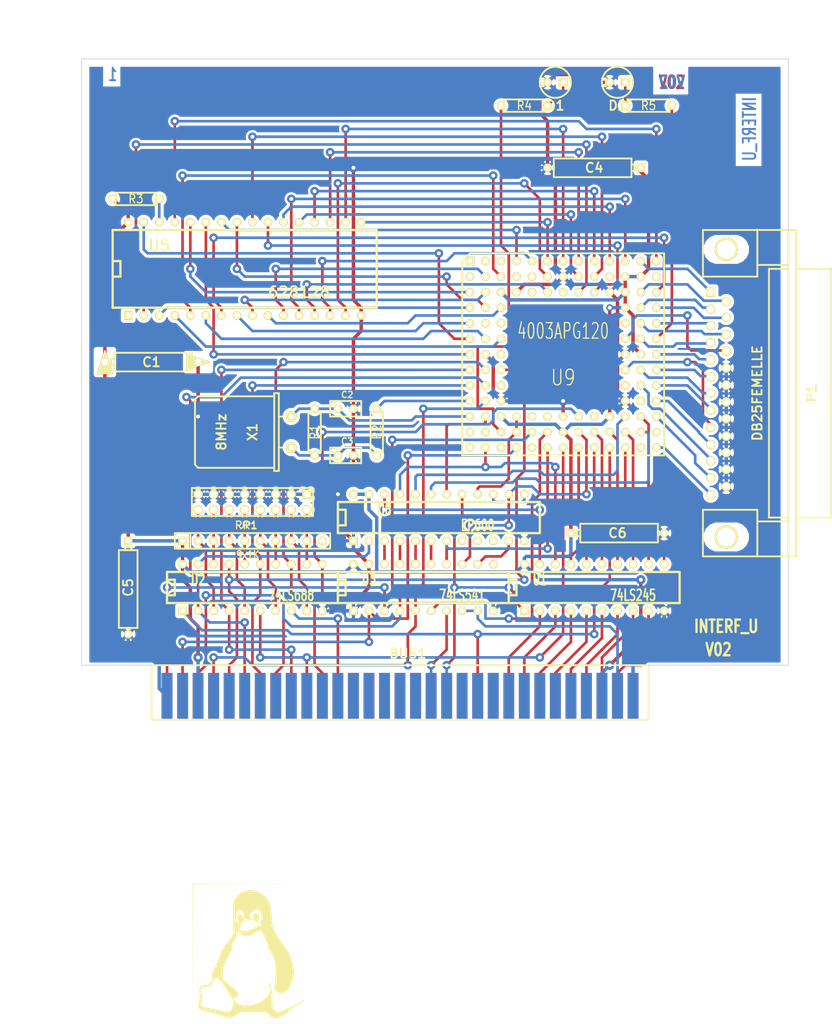
<source format=kicad_pcb>
(kicad_pcb (version 3) (host pcbnew "(2013-08-06 BZR 4275)-product")
  (title_block (title Demo) (rev 2.C) (company Kicad))
  (layers (15 Composant signal) (0 Cuivre signal) (18 B.Paste user) (19 F.Paste user) (20 B.SilkS user) (21 F.SilkS user) (22 B.Mask user) (23 F.Mask user) (28 Edge.Cuts user))
  (net 0 "")
  (net 1 /8MH-OUT)
  (net 2 /ACK)
  (net 3 /AUTOFD-)
  (net 4 /BIT0)
  (net 5 /BIT1)
  (net 6 /BIT2)
  (net 7 /BIT3)
  (net 8 /BIT4)
  (net 9 /BIT5)
  (net 10 /BIT6)
  (net 11 /BIT7)
  (net 12 /BUST+)
  (net 13 /CLKLCA)
  (net 14 /CS1-)
  (net 15 /D0)
  (net 16 /D1)
  (net 17 /D2)
  (net 18 /D3)
  (net 19 /D4)
  (net 20 /D5)
  (net 21 /D6)
  (net 22 /D7)
  (net 23 /DIR)
  (net 24 /DONE)
  (net 25 /ENBBUF)
  (net 26 /ERROR-)
  (net 27 /INIT-)
  (net 28 /LED1)
  (net 29 /LED2)
  (net 30 /MA0)
  (net 31 /MA1)
  (net 32 /MA10)
  (net 33 /MA11)
  (net 34 /MA12)
  (net 35 /MA13)
  (net 36 /MA14)
  (net 37 /MA15)
  (net 38 /MA16)
  (net 39 /MA2)
  (net 40 /MA3)
  (net 41 /MA4)
  (net 42 /MA5)
  (net 43 /MA6)
  (net 44 /MA7)
  (net 45 /MA8)
  (net 46 /MA9)
  (net 47 /MATCHL)
  (net 48 /MD0)
  (net 49 /MD1)
  (net 50 /MD2)
  (net 51 /MD3)
  (net 52 /MD4)
  (net 53 /MD5)
  (net 54 /MD6)
  (net 55 /MD7)
  (net 56 /OE-)
  (net 57 /PC-A0)
  (net 58 /PC-A1)
  (net 59 /PC-A10)
  (net 60 /PC-A11)
  (net 61 /PC-A2)
  (net 62 /PC-A3)
  (net 63 /PC-A4)
  (net 64 /PC-A5)
  (net 65 /PC-A6)
  (net 66 /PC-A7)
  (net 67 /PC-A8)
  (net 68 /PC-A9)
  (net 69 /PC-AEN)
  (net 70 /PC-DB0)
  (net 71 /PC-DB1)
  (net 72 /PC-DB2)
  (net 73 /PC-DB3)
  (net 74 /PC-DB4)
  (net 75 /PC-DB5)
  (net 76 /PC-DB6)
  (net 77 /PC-DB7)
  (net 78 /PC-IOR)
  (net 79 /PC-IOW)
  (net 80 /PC-RD)
  (net 81 /PC-RST)
  (net 82 /PC-WR)
  (net 83 /PE+)
  (net 84 /PROG-)
  (net 85 /REF10)
  (net 86 /REF11)
  (net 87 /REF4)
  (net 88 /REF5)
  (net 89 /REF6)
  (net 90 /REF7)
  (net 91 /REF8)
  (net 92 /REF9)
  (net 93 /RSTL)
  (net 94 /SEL_LPT)
  (net 95 /SLCT+)
  (net 96 /SLCTIN-)
  (net 97 /STROBE)
  (net 98 /WR-)
  (net 99 /WR_REG)
  (net 100 GND)
  (net 101 N-000071)
  (net 102 N-000104)
  (net 103 N-000105)
  (net 104 N-000106)
  (net 105 N-000107)
  (net 106 N-000108)
  (net 107 N-000109)
  (net 108 N-000145)
  (net 109 N-000146)
  (net 110 VCC)
  (module "" (layer Composant) (at 107.1 180.5)
    (fp_text reference G1 hide)
    (fp_text value LOGO hide)
  )
  (module PGA120 (layer Composant) (at 158.115 82.55 180)
    (fp_text reference U9 (at 0 -3.81 180) (layer F.SilkS) (effects (font (size 2.54 2.032) (thickness 0.2032))))
    (fp_text value 4003APG120 (at 0 3.81 360) (layer F.SilkS) (effects (font (size 2.54 1.5748) (thickness 0.2032))))
    (pad N1 thru_hole circle (at 15.24 -15.24 180) (size 1.397 1.397) (drill 0.787399) (layers *.Cu *.Mask F.SilkS))
    (pad N2 thru_hole circle (at 12.7 -15.24 180) (size 1.397 1.397) (drill 0.787399) (layers *.Cu *.Mask F.SilkS) (net 15 /D0))
    (pad N3 thru_hole circle (at 10.16 -15.24 180) (size 1.397 1.397) (drill 0.787399) (layers *.Cu *.Mask F.SilkS))
    (pad M1 thru_hole circle (at 15.24 -12.7 180) (size 1.397 1.397) (drill 0.787399) (layers *.Cu *.Mask F.SilkS))
    (pad M2 thru_hole circle (at 12.7 -12.7 180) (size 1.397 1.397) (drill 0.787399) (layers *.Cu *.Mask F.SilkS))
    (pad M3 thru_hole circle (at 10.16 -12.7 180) (size 1.397 1.397) (drill 0.787399) (layers *.Cu *.Mask F.SilkS) (net 28 /LED1))
    (pad L1 thru_hole circle (at 15.24 -10.16 180) (size 1.397 1.397) (drill 0.787399) (layers *.Cu *.Mask F.SilkS) (net 108 N-000145))
    (pad L2 thru_hole circle (at 12.7 -10.16 180) (size 1.397 1.397) (drill 0.787399) (layers *.Cu *.Mask F.SilkS) (net 94 /SEL_LPT))
    (pad L3 thru_hole circle (at 10.16 -10.16 180) (size 1.397 1.397) (drill 0.787399) (layers *.Cu *.Mask F.SilkS) (net 110 VCC))
    (pad K1 thru_hole circle (at 15.24 -7.62 180) (size 1.397 1.397) (drill 0.787399) (layers *.Cu *.Mask F.SilkS) (net 1 /8MH-OUT))
    (pad K2 thru_hole circle (at 12.7 -7.62 180) (size 1.397 1.397) (drill 0.787399) (layers *.Cu *.Mask F.SilkS) (net 62 /PC-A3))
    (pad K3 thru_hole circle (at 10.16 -7.62 180) (size 1.397 1.397) (drill 0.787399) (layers *.Cu *.Mask F.SilkS) (net 100 GND))
    (pad J1 thru_hole circle (at 15.24 -5.08 180) (size 1.397 1.397) (drill 0.787399) (layers *.Cu *.Mask F.SilkS) (net 65 /PC-A6))
    (pad J2 thru_hole circle (at 12.7 -5.08 180) (size 1.397 1.397) (drill 0.787399) (layers *.Cu *.Mask F.SilkS) (net 64 /PC-A5))
    (pad J3 thru_hole circle (at 10.16 -5.08 180) (size 1.397 1.397) (drill 0.787399) (layers *.Cu *.Mask F.SilkS))
    (pad H1 thru_hole circle (at 15.24 -2.54 180) (size 1.397 1.397) (drill 0.787399) (layers *.Cu *.Mask F.SilkS) (net 67 /PC-A8))
    (pad H2 thru_hole circle (at 12.7 -2.54 180) (size 1.397 1.397) (drill 0.787399) (layers *.Cu *.Mask F.SilkS) (net 66 /PC-A7))
    (pad H3 thru_hole circle (at 10.16 -2.54 180) (size 1.397 1.397) (drill 0.787399) (layers *.Cu *.Mask F.SilkS) (net 63 /PC-A4))
    (pad G1 thru_hole circle (at 15.24 0 180) (size 1.397 1.397) (drill 0.787399) (layers *.Cu *.Mask F.SilkS) (net 45 /MA8))
    (pad G2 thru_hole circle (at 12.7 0 180) (size 1.397 1.397) (drill 0.787399) (layers *.Cu *.Mask F.SilkS) (net 100 GND))
    (pad G3 thru_hole circle (at 10.16 0 180) (size 1.397 1.397) (drill 0.787399) (layers *.Cu *.Mask F.SilkS))
    (pad F1 thru_hole circle (at 15.24 2.54 180) (size 1.397 1.397) (drill 0.787399) (layers *.Cu *.Mask F.SilkS) (net 37 /MA15))
    (pad F2 thru_hole circle (at 12.7 2.54 180) (size 1.397 1.397) (drill 0.787399) (layers *.Cu *.Mask F.SilkS) (net 43 /MA6))
    (pad F3 thru_hole circle (at 10.16 2.54 180) (size 1.397 1.397) (drill 0.787399) (layers *.Cu *.Mask F.SilkS) (net 34 /MA12))
    (pad E1 thru_hole circle (at 15.24 5.08 180) (size 1.397 1.397) (drill 0.787399) (layers *.Cu *.Mask F.SilkS) (net 41 /MA4))
    (pad E2 thru_hole circle (at 12.7 5.08 180) (size 1.397 1.397) (drill 0.787399) (layers *.Cu *.Mask F.SilkS))
    (pad E3 thru_hole circle (at 10.16 5.08 180) (size 1.397 1.397) (drill 0.787399) (layers *.Cu *.Mask F.SilkS))
    (pad D1 thru_hole circle (at 15.24 7.62 180) (size 1.397 1.397) (drill 0.787399) (layers *.Cu *.Mask F.SilkS) (net 36 /MA14))
    (pad D2 thru_hole circle (at 12.7 7.62 180) (size 1.397 1.397) (drill 0.787399) (layers *.Cu *.Mask F.SilkS) (net 33 /MA11))
    (pad D3 thru_hole circle (at 10.16 7.62 180) (size 1.397 1.397) (drill 0.787399) (layers *.Cu *.Mask F.SilkS) (net 39 /MA2))
    (pad C1 thru_hole circle (at 15.24 10.16 180) (size 1.397 1.397) (drill 0.787399) (layers *.Cu *.Mask F.SilkS) (net 35 /MA13))
    (pad C2 thru_hole circle (at 12.7 10.16 180) (size 1.397 1.397) (drill 0.787399) (layers *.Cu *.Mask F.SilkS) (net 40 /MA3))
    (pad C3 thru_hole circle (at 10.16 10.16 180) (size 1.397 1.397) (drill 0.787399) (layers *.Cu *.Mask F.SilkS) (net 110 VCC))
    (pad C4 thru_hole circle (at 7.62 10.16 180) (size 1.397 1.397) (drill 0.787399) (layers *.Cu *.Mask F.SilkS) (net 100 GND))
    (pad C5 thru_hole circle (at 5.08 10.16 180) (size 1.397 1.397) (drill 0.787399) (layers *.Cu *.Mask F.SilkS))
    (pad C6 thru_hole circle (at 2.54 10.16 180) (size 1.397 1.397) (drill 0.787399) (layers *.Cu *.Mask F.SilkS) (net 48 /MD0))
    (pad C7 thru_hole circle (at 0 10.16 180) (size 1.397 1.397) (drill 0.787399) (layers *.Cu *.Mask F.SilkS))
    (pad C8 thru_hole circle (at -2.54 10.16 180) (size 1.397 1.397) (drill 0.787399) (layers *.Cu *.Mask F.SilkS) (net 38 /MA16))
    (pad C9 thru_hole circle (at -5.08 10.16 180) (size 1.397 1.397) (drill 0.787399) (layers *.Cu *.Mask F.SilkS) (net 32 /MA10))
    (pad C10 thru_hole circle (at -7.62 10.16 180) (size 1.397 1.397) (drill 0.787399) (layers *.Cu *.Mask F.SilkS) (net 100 GND))
    (pad C11 thru_hole circle (at -10.16 10.16 180) (size 1.397 1.397) (drill 0.787399) (layers *.Cu *.Mask F.SilkS) (net 110 VCC))
    (pad C12 thru_hole circle (at -12.7 10.16 180) (size 1.397 1.397) (drill 0.787399) (layers *.Cu *.Mask F.SilkS) (net 3 /AUTOFD-))
    (pad C13 thru_hole circle (at -15.24 10.16 180) (size 1.397 1.397) (drill 0.787399) (layers *.Cu *.Mask F.SilkS) (net 42 /MA5))
    (pad B1 thru_hole circle (at 15.24 12.7 180) (size 1.397 1.397) (drill 0.787399) (layers *.Cu *.Mask F.SilkS))
    (pad B2 thru_hole circle (at 12.7 12.7 180) (size 1.397 1.397) (drill 0.787399) (layers *.Cu *.Mask F.SilkS) (net 31 /MA1))
    (pad B3 thru_hole circle (at 10.16 12.7 180) (size 1.397 1.397) (drill 0.787399) (layers *.Cu *.Mask F.SilkS) (net 44 /MA7))
    (pad B4 thru_hole circle (at 7.62 12.7 180) (size 1.397 1.397) (drill 0.787399) (layers *.Cu *.Mask F.SilkS))
    (pad B5 thru_hole circle (at 5.08 12.7 180) (size 1.397 1.397) (drill 0.787399) (layers *.Cu *.Mask F.SilkS))
    (pad B6 thru_hole circle (at 2.54 12.7 180) (size 1.397 1.397) (drill 0.787399) (layers *.Cu *.Mask F.SilkS) (net 50 /MD2))
    (pad B7 thru_hole circle (at 0 12.7 180) (size 1.397 1.397) (drill 0.787399) (layers *.Cu *.Mask F.SilkS) (net 100 GND))
    (pad B8 thru_hole circle (at -2.54 12.7 180) (size 1.397 1.397) (drill 0.787399) (layers *.Cu *.Mask F.SilkS) (net 55 /MD7))
    (pad B9 thru_hole circle (at -5.08 12.7 180) (size 1.397 1.397) (drill 0.787399) (layers *.Cu *.Mask F.SilkS) (net 56 /OE-))
    (pad B10 thru_hole circle (at -7.62 12.7 180) (size 1.397 1.397) (drill 0.787399) (layers *.Cu *.Mask F.SilkS))
    (pad B11 thru_hole circle (at -10.16 12.7 180) (size 1.397 1.397) (drill 0.787399) (layers *.Cu *.Mask F.SilkS) (net 110 VCC))
    (pad B12 thru_hole circle (at -12.7 12.7 180) (size 1.397 1.397) (drill 0.787399) (layers *.Cu *.Mask F.SilkS) (net 110 VCC))
    (pad B13 thru_hole circle (at -15.24 12.7 180) (size 1.397 1.397) (drill 0.787399) (layers *.Cu *.Mask F.SilkS))
    (pad A1 thru_hole rect (at 15.24 15.24 180) (size 1.397 1.397) (drill 0.787399) (layers *.Cu *.Mask F.SilkS))
    (pad A2 thru_hole circle (at 12.7 15.24 180) (size 1.397 1.397) (drill 0.787399) (layers *.Cu *.Mask F.SilkS))
    (pad A3 thru_hole circle (at 10.16 15.24 180) (size 1.397 1.397) (drill 0.787399) (layers *.Cu *.Mask F.SilkS))
    (pad A4 thru_hole circle (at 7.62 15.24 180) (size 1.397 1.397) (drill 0.787399) (layers *.Cu *.Mask F.SilkS) (net 46 /MA9))
    (pad A5 thru_hole circle (at 5.08 15.24 180) (size 1.397 1.397) (drill 0.787399) (layers *.Cu *.Mask F.SilkS) (net 49 /MD1))
    (pad A6 thru_hole circle (at 2.54 15.24 180) (size 1.397 1.397) (drill 0.787399) (layers *.Cu *.Mask F.SilkS) (net 51 /MD3))
    (pad A7 thru_hole circle (at 0 15.24 180) (size 1.397 1.397) (drill 0.787399) (layers *.Cu *.Mask F.SilkS) (net 52 /MD4))
    (pad A8 thru_hole circle (at -2.54 15.24 180) (size 1.397 1.397) (drill 0.787399) (layers *.Cu *.Mask F.SilkS) (net 53 /MD5))
    (pad A9 thru_hole circle (at -5.08 15.24 180) (size 1.397 1.397) (drill 0.787399) (layers *.Cu *.Mask F.SilkS) (net 54 /MD6))
    (pad A10 thru_hole circle (at -7.62 15.24 180) (size 1.397 1.397) (drill 0.787399) (layers *.Cu *.Mask F.SilkS) (net 14 /CS1-))
    (pad A11 thru_hole circle (at -10.16 15.24 180) (size 1.397 1.397) (drill 0.787399) (layers *.Cu *.Mask F.SilkS) (net 30 /MA0))
    (pad A12 thru_hole circle (at -12.7 15.24 180) (size 1.397 1.397) (drill 0.787399) (layers *.Cu *.Mask F.SilkS) (net 97 /STROBE))
    (pad A13 thru_hole circle (at -15.24 15.24 180) (size 1.397 1.397) (drill 0.787399) (layers *.Cu *.Mask F.SilkS) (net 98 /WR-))
    (pad N4 thru_hole circle (at 7.62 -15.24 180) (size 1.397 1.397) (drill 0.787399) (layers *.Cu *.Mask F.SilkS) (net 58 /PC-A1))
    (pad N5 thru_hole circle (at 5.08 -15.24 180) (size 1.397 1.397) (drill 0.787399) (layers *.Cu *.Mask F.SilkS))
    (pad N6 thru_hole circle (at 2.54 -15.24 180) (size 1.397 1.397) (drill 0.787399) (layers *.Cu *.Mask F.SilkS) (net 82 /PC-WR))
    (pad N7 thru_hole circle (at 0 -15.24 180) (size 1.397 1.397) (drill 0.787399) (layers *.Cu *.Mask F.SilkS) (net 68 /PC-A9))
    (pad N8 thru_hole circle (at -2.54 -15.24 180) (size 1.397 1.397) (drill 0.787399) (layers *.Cu *.Mask F.SilkS) (net 16 /D1))
    (pad N9 thru_hole circle (at -5.08 -15.24 180) (size 1.397 1.397) (drill 0.787399) (layers *.Cu *.Mask F.SilkS) (net 17 /D2))
    (pad N10 thru_hole circle (at -7.62 -15.24 180) (size 1.397 1.397) (drill 0.787399) (layers *.Cu *.Mask F.SilkS) (net 69 /PC-AEN))
    (pad N11 thru_hole circle (at -10.16 -15.24 180) (size 1.397 1.397) (drill 0.787399) (layers *.Cu *.Mask F.SilkS) (net 20 /D5))
    (pad N12 thru_hole circle (at -12.7 -15.24 180) (size 1.397 1.397) (drill 0.787399) (layers *.Cu *.Mask F.SilkS))
    (pad N13 thru_hole circle (at -15.24 -15.24 180) (size 1.397 1.397) (drill 0.787399) (layers *.Cu *.Mask F.SilkS) (net 95 /SLCT+))
    (pad M4 thru_hole circle (at 7.62 -12.7 180) (size 1.397 1.397) (drill 0.787399) (layers *.Cu *.Mask F.SilkS) (net 13 /CLKLCA))
    (pad M5 thru_hole circle (at 5.08 -12.7 180) (size 1.397 1.397) (drill 0.787399) (layers *.Cu *.Mask F.SilkS) (net 61 /PC-A2))
    (pad M6 thru_hole circle (at 2.54 -12.7 180) (size 1.397 1.397) (drill 0.787399) (layers *.Cu *.Mask F.SilkS) (net 57 /PC-A0))
    (pad M7 thru_hole circle (at 0 -12.7 180) (size 1.397 1.397) (drill 0.787399) (layers *.Cu *.Mask F.SilkS) (net 110 VCC))
    (pad M8 thru_hole circle (at -2.54 -12.7 180) (size 1.397 1.397) (drill 0.787399) (layers *.Cu *.Mask F.SilkS) (net 80 /PC-RD))
    (pad M9 thru_hole circle (at -5.08 -12.7 180) (size 1.397 1.397) (drill 0.787399) (layers *.Cu *.Mask F.SilkS) (net 18 /D3))
    (pad M10 thru_hole circle (at -7.62 -12.7 180) (size 1.397 1.397) (drill 0.787399) (layers *.Cu *.Mask F.SilkS) (net 19 /D4))
    (pad M11 thru_hole circle (at -10.16 -12.7 180) (size 1.397 1.397) (drill 0.787399) (layers *.Cu *.Mask F.SilkS) (net 21 /D6))
    (pad M12 thru_hole circle (at -12.7 -12.7 180) (size 1.397 1.397) (drill 0.787399) (layers *.Cu *.Mask F.SilkS) (net 84 /PROG-))
    (pad M13 thru_hole circle (at -15.24 -12.7 180) (size 1.397 1.397) (drill 0.787399) (layers *.Cu *.Mask F.SilkS))
    (pad L4 thru_hole circle (at 7.62 -10.16 180) (size 1.397 1.397) (drill 0.787399) (layers *.Cu *.Mask F.SilkS) (net 13 /CLKLCA))
    (pad L5 thru_hole circle (at 5.08 -10.16 180) (size 1.397 1.397) (drill 0.787399) (layers *.Cu *.Mask F.SilkS))
    (pad L6 thru_hole circle (at 2.54 -10.16 180) (size 1.397 1.397) (drill 0.787399) (layers *.Cu *.Mask F.SilkS))
    (pad L7 thru_hole circle (at 0 -10.16 180) (size 1.397 1.397) (drill 0.787399) (layers *.Cu *.Mask F.SilkS) (net 100 GND))
    (pad L8 thru_hole circle (at -2.54 -10.16 180) (size 1.397 1.397) (drill 0.787399) (layers *.Cu *.Mask F.SilkS) (net 59 /PC-A10))
    (pad L9 thru_hole circle (at -5.08 -10.16 180) (size 1.397 1.397) (drill 0.787399) (layers *.Cu *.Mask F.SilkS))
    (pad L10 thru_hole circle (at -7.62 -10.16 180) (size 1.397 1.397) (drill 0.787399) (layers *.Cu *.Mask F.SilkS) (net 110 VCC))
    (pad L11 thru_hole circle (at -10.16 -10.16 180) (size 1.397 1.397) (drill 0.787399) (layers *.Cu *.Mask F.SilkS) (net 24 /DONE))
    (pad L12 thru_hole circle (at -12.7 -10.16 180) (size 1.397 1.397) (drill 0.787399) (layers *.Cu *.Mask F.SilkS) (net 22 /D7))
    (pad L13 thru_hole circle (at -15.24 -10.16 180) (size 1.397 1.397) (drill 0.787399) (layers *.Cu *.Mask F.SilkS) (net 83 /PE+))
    (pad K11 thru_hole circle (at -10.16 -7.62 180) (size 1.397 1.397) (drill 0.787399) (layers *.Cu *.Mask F.SilkS) (net 100 GND))
    (pad K12 thru_hole circle (at -12.7 -7.62 180) (size 1.397 1.397) (drill 0.787399) (layers *.Cu *.Mask F.SilkS))
    (pad K13 thru_hole circle (at -15.24 -7.62 180) (size 1.397 1.397) (drill 0.787399) (layers *.Cu *.Mask F.SilkS) (net 2 /ACK))
    (pad J11 thru_hole circle (at -10.16 -5.08 180) (size 1.397 1.397) (drill 0.787399) (layers *.Cu *.Mask F.SilkS))
    (pad J12 thru_hole circle (at -12.7 -5.08 180) (size 1.397 1.397) (drill 0.787399) (layers *.Cu *.Mask F.SilkS) (net 12 /BUST+))
    (pad J13 thru_hole circle (at -15.24 -5.08 180) (size 1.397 1.397) (drill 0.787399) (layers *.Cu *.Mask F.SilkS) (net 10 /BIT6))
    (pad H11 thru_hole circle (at -10.16 -2.54 180) (size 1.397 1.397) (drill 0.787399) (layers *.Cu *.Mask F.SilkS) (net 11 /BIT7))
    (pad H12 thru_hole circle (at -12.7 -2.54 180) (size 1.397 1.397) (drill 0.787399) (layers *.Cu *.Mask F.SilkS) (net 9 /BIT5))
    (pad H13 thru_hole circle (at -15.24 -2.54 180) (size 1.397 1.397) (drill 0.787399) (layers *.Cu *.Mask F.SilkS) (net 8 /BIT4))
    (pad G11 thru_hole circle (at -10.16 0 180) (size 1.397 1.397) (drill 0.787399) (layers *.Cu *.Mask F.SilkS) (net 100 GND))
    (pad G12 thru_hole circle (at -12.7 0 180) (size 1.397 1.397) (drill 0.787399) (layers *.Cu *.Mask F.SilkS) (net 110 VCC))
    (pad G13 thru_hole circle (at -15.24 0 180) (size 1.397 1.397) (drill 0.787399) (layers *.Cu *.Mask F.SilkS) (net 7 /BIT3))
    (pad F11 thru_hole circle (at -10.16 2.54 180) (size 1.397 1.397) (drill 0.787399) (layers *.Cu *.Mask F.SilkS) (net 96 /SLCTIN-))
    (pad F12 thru_hole circle (at -12.7 2.54 180) (size 1.397 1.397) (drill 0.787399) (layers *.Cu *.Mask F.SilkS) (net 6 /BIT2))
    (pad F13 thru_hole circle (at -15.24 2.54 180) (size 1.397 1.397) (drill 0.787399) (layers *.Cu *.Mask F.SilkS) (net 29 /LED2))
    (pad E11 thru_hole circle (at -10.16 5.08 180) (size 1.397 1.397) (drill 0.787399) (layers *.Cu *.Mask F.SilkS))
    (pad E12 thru_hole circle (at -12.7 5.08 180) (size 1.397 1.397) (drill 0.787399) (layers *.Cu *.Mask F.SilkS) (net 27 /INIT-))
    (pad E13 thru_hole circle (at -15.24 5.08 180) (size 1.397 1.397) (drill 0.787399) (layers *.Cu *.Mask F.SilkS) (net 5 /BIT1))
    (pad D11 thru_hole circle (at -10.16 7.62 180) (size 1.397 1.397) (drill 0.787399) (layers *.Cu *.Mask F.SilkS) (net 110 VCC))
    (pad D12 thru_hole circle (at -12.7 7.62 180) (size 1.397 1.397) (drill 0.787399) (layers *.Cu *.Mask F.SilkS) (net 4 /BIT0))
    (pad D13 thru_hole circle (at -15.24 7.62 180) (size 1.397 1.397) (drill 0.787399) (layers *.Cu *.Mask F.SilkS) (net 26 /ERROR-))
  )
  (module r_pack9 (layer Composant) (at 107.315 113.03)
    (fp_text reference RR1 (at -1.016 -2.54) (layer F.SilkS) (effects (font (size 1.27 1.27) (thickness 0.2032))))
    (fp_text value 9x1K (at -0.762 2.286) (layer F.SilkS) (effects (font (size 1.27 1.016) (thickness 0.2032))))
    (pad 1 thru_hole rect (at -11.43 0) (size 1.397 1.397) (drill 0.812799) (layers *.Cu *.Mask F.SilkS) (net 110 VCC))
    (pad 2 thru_hole circle (at -8.89 0) (size 1.397 1.397) (drill 0.812799) (layers *.Cu *.Mask F.SilkS) (net 88 /REF5))
    (pad 3 thru_hole circle (at -6.35 0) (size 1.397 1.397) (drill 0.812799) (layers *.Cu *.Mask F.SilkS) (net 87 /REF4))
    (pad 4 thru_hole circle (at -3.81 0) (size 1.397 1.397) (drill 0.812799) (layers *.Cu *.Mask F.SilkS) (net 91 /REF8))
    (pad 5 thru_hole circle (at -1.27 0) (size 1.397 1.397) (drill 0.812799) (layers *.Cu *.Mask F.SilkS) (net 89 /REF6))
    (pad 6 thru_hole circle (at 1.27 0) (size 1.397 1.397) (drill 0.812799) (layers *.Cu *.Mask F.SilkS) (net 92 /REF9))
    (pad 7 thru_hole circle (at 3.81 0) (size 1.397 1.397) (drill 0.812799) (layers *.Cu *.Mask F.SilkS) (net 90 /REF7))
    (pad 8 thru_hole circle (at 6.35 0) (size 1.397 1.397) (drill 0.812799) (layers *.Cu *.Mask F.SilkS) (net 86 /REF11))
    (pad 9 thru_hole circle (at 8.89 0) (size 1.397 1.397) (drill 0.812799) (layers *.Cu *.Mask F.SilkS) (net 85 /REF10))
    (pad 10 thru_hole circle (at 11.43 0) (size 1.397 1.397) (drill 0.812799) (layers *.Cu *.Mask F.SilkS))
  )
  (module HC-18UH (layer Composant) (at 113.665 95.25 270)
    (fp_text reference X1 (at 0 6.35 270) (layer F.SilkS) (effects (font (thickness 0.3048))))
    (fp_text value 8MHz (at 0 11.43 270) (layer F.SilkS) (effects (font (thickness 0.3048))))
    (pad 1 thru_hole circle (at -2.54 0 270) (size 1.778 1.778) (drill 0.812799) (layers *.Cu *.Mask F.SilkS) (net 108 N-000145))
    (pad 2 thru_hole circle (at 2.54 0 270) (size 1.778 1.778) (drill 0.812799) (layers *.Cu *.Mask F.SilkS) (net 109 N-000146))
  )
  (module 24dip300 (layer Composant) (at 137.795 109.22)
    (fp_text reference U8 (at -8.89 -1.27) (layer F.SilkS) (effects (font (size 1.778 1.143) (thickness 0.28702))))
    (fp_text value EP600 (at 6.35 1.27) (layer F.SilkS) (effects (font (size 1.778 1.143) (thickness 0.28702))))
    (pad 1 thru_hole rect (at -13.97 3.81) (size 1.397 1.397) (drill 0.812799) (layers *.Cu *.Mask F.SilkS) (net 100 GND))
    (pad 2 thru_hole circle (at -11.43 3.81) (size 1.397 1.397) (drill 0.812799) (layers *.Cu *.Mask F.SilkS) (net 47 /MATCHL))
    (pad 3 thru_hole circle (at -8.89 3.81) (size 1.397 1.397) (drill 0.812799) (layers *.Cu *.Mask F.SilkS) (net 104 N-000106))
    (pad 4 thru_hole circle (at -6.35 3.81) (size 1.397 1.397) (drill 0.812799) (layers *.Cu *.Mask F.SilkS) (net 105 N-000107))
    (pad 5 thru_hole circle (at -3.81 3.81) (size 1.397 1.397) (drill 0.812799) (layers *.Cu *.Mask F.SilkS) (net 106 N-000108))
    (pad 6 thru_hole circle (at -1.27 3.81) (size 1.397 1.397) (drill 0.812799) (layers *.Cu *.Mask F.SilkS) (net 107 N-000109))
    (pad 7 thru_hole circle (at 1.27 3.81) (size 1.397 1.397) (drill 0.812799) (layers *.Cu *.Mask F.SilkS) (net 82 /PC-WR))
    (pad 8 thru_hole circle (at 3.81 3.81) (size 1.397 1.397) (drill 0.812799) (layers *.Cu *.Mask F.SilkS))
    (pad 9 thru_hole circle (at 6.35 3.81) (size 1.397 1.397) (drill 0.812799) (layers *.Cu *.Mask F.SilkS))
    (pad 10 thru_hole circle (at 8.89 3.81) (size 1.397 1.397) (drill 0.812799) (layers *.Cu *.Mask F.SilkS))
    (pad 11 thru_hole circle (at 11.43 3.81) (size 1.397 1.397) (drill 0.812799) (layers *.Cu *.Mask F.SilkS) (net 93 /RSTL))
    (pad 12 thru_hole circle (at 13.97 3.81) (size 1.397 1.397) (drill 0.812799) (layers *.Cu *.Mask F.SilkS) (net 100 GND))
    (pad 13 thru_hole circle (at 13.97 -3.81) (size 1.397 1.397) (drill 0.812799) (layers *.Cu *.Mask F.SilkS) (net 99 /WR_REG))
    (pad 14 thru_hole circle (at 11.43 -3.81) (size 1.397 1.397) (drill 0.812799) (layers *.Cu *.Mask F.SilkS) (net 80 /PC-RD))
    (pad 15 thru_hole circle (at 8.89 -3.81) (size 1.397 1.397) (drill 0.812799) (layers *.Cu *.Mask F.SilkS) (net 99 /WR_REG))
    (pad 16 thru_hole circle (at 6.35 -3.81) (size 1.397 1.397) (drill 0.812799) (layers *.Cu *.Mask F.SilkS) (net 13 /CLKLCA))
    (pad 17 thru_hole circle (at 3.81 -3.81) (size 1.397 1.397) (drill 0.812799) (layers *.Cu *.Mask F.SilkS) (net 23 /DIR))
    (pad 18 thru_hole circle (at 1.27 -3.81) (size 1.397 1.397) (drill 0.812799) (layers *.Cu *.Mask F.SilkS) (net 94 /SEL_LPT))
    (pad 19 thru_hole circle (at -1.27 -3.81) (size 1.397 1.397) (drill 0.812799) (layers *.Cu *.Mask F.SilkS) (net 84 /PROG-))
    (pad 20 thru_hole circle (at -3.81 -3.81) (size 1.397 1.397) (drill 0.812799) (layers *.Cu *.Mask F.SilkS) (net 24 /DONE))
    (pad 21 thru_hole circle (at -6.35 -3.81) (size 1.397 1.397) (drill 0.812799) (layers *.Cu *.Mask F.SilkS) (net 15 /D0))
    (pad 22 thru_hole circle (at -8.89 -3.81) (size 1.397 1.397) (drill 0.812799) (layers *.Cu *.Mask F.SilkS) (net 25 /ENBBUF))
    (pad 23 thru_hole circle (at -11.43 -3.81) (size 1.397 1.397) (drill 0.812799) (layers *.Cu *.Mask F.SilkS) (net 110 VCC))
    (pad 24 thru_hole circle (at -13.97 -3.81) (size 1.397 1.397) (drill 0.812799) (layers *.Cu *.Mask F.SilkS) (net 110 VCC))
  )
  (module C1 (layer Composant) (at 122.555 91.44)
    (fp_text reference C2 (at 0.254 -2.286) (layer F.SilkS) (effects (font (size 1.016 1.016) (thickness 0.2032))))
    (fp_text value 47pF hide)
    (pad 1 thru_hole circle (at -1.27 0) (size 1.397 1.397) (drill 0.812799) (layers *.Cu *.Mask F.SilkS) (net 108 N-000145))
    (pad 2 thru_hole circle (at 1.27 0) (size 1.397 1.397) (drill 0.812799) (layers *.Cu *.Mask F.SilkS) (net 100 GND))
  )
  (module C1 (layer Composant) (at 122.555 99.06)
    (fp_text reference C3 (at 0.254 -2.286) (layer F.SilkS) (effects (font (size 1.016 1.016) (thickness 0.2032))))
    (fp_text value 47pF hide)
    (pad 1 thru_hole circle (at -1.27 0) (size 1.397 1.397) (drill 0.812799) (layers *.Cu *.Mask F.SilkS) (net 109 N-000146))
    (pad 2 thru_hole circle (at 1.27 0) (size 1.397 1.397) (drill 0.812799) (layers *.Cu *.Mask F.SilkS) (net 100 GND))
  )
  (module 20dip300 (layer Composant) (at 163.195 120.65)
    (fp_text reference U1 (at -8.89 -1.27) (layer F.SilkS) (effects (font (size 1.778 1.143) (thickness 0.28702))))
    (fp_text value 74LS245 (at 6.35 1.27) (layer F.SilkS) (effects (font (size 1.778 1.143) (thickness 0.28702))))
    (pad 1 thru_hole rect (at -11.43 3.81) (size 1.397 1.397) (drill 0.812799) (layers *.Cu *.Mask F.SilkS) (net 23 /DIR))
    (pad 2 thru_hole circle (at -8.89 3.81) (size 1.397 1.397) (drill 0.812799) (layers *.Cu *.Mask F.SilkS) (net 70 /PC-DB0))
    (pad 3 thru_hole circle (at -6.35 3.81) (size 1.397 1.397) (drill 0.812799) (layers *.Cu *.Mask F.SilkS) (net 71 /PC-DB1))
    (pad 4 thru_hole circle (at -3.81 3.81) (size 1.397 1.397) (drill 0.812799) (layers *.Cu *.Mask F.SilkS) (net 72 /PC-DB2))
    (pad 5 thru_hole circle (at -1.27 3.81) (size 1.397 1.397) (drill 0.812799) (layers *.Cu *.Mask F.SilkS) (net 73 /PC-DB3))
    (pad 6 thru_hole circle (at 1.27 3.81) (size 1.397 1.397) (drill 0.812799) (layers *.Cu *.Mask F.SilkS) (net 74 /PC-DB4))
    (pad 7 thru_hole circle (at 3.81 3.81) (size 1.397 1.397) (drill 0.812799) (layers *.Cu *.Mask F.SilkS) (net 75 /PC-DB5))
    (pad 8 thru_hole circle (at 6.35 3.81) (size 1.397 1.397) (drill 0.812799) (layers *.Cu *.Mask F.SilkS) (net 76 /PC-DB6))
    (pad 9 thru_hole circle (at 8.89 3.81) (size 1.397 1.397) (drill 0.812799) (layers *.Cu *.Mask F.SilkS) (net 77 /PC-DB7))
    (pad 10 thru_hole circle (at 11.43 3.81) (size 1.397 1.397) (drill 0.812799) (layers *.Cu *.Mask F.SilkS) (net 100 GND))
    (pad 11 thru_hole circle (at 11.43 -3.81) (size 1.397 1.397) (drill 0.812799) (layers *.Cu *.Mask F.SilkS) (net 22 /D7))
    (pad 12 thru_hole circle (at 8.89 -3.81) (size 1.397 1.397) (drill 0.812799) (layers *.Cu *.Mask F.SilkS) (net 21 /D6))
    (pad 13 thru_hole circle (at 6.35 -3.81) (size 1.397 1.397) (drill 0.812799) (layers *.Cu *.Mask F.SilkS) (net 20 /D5))
    (pad 14 thru_hole circle (at 3.81 -3.81) (size 1.397 1.397) (drill 0.812799) (layers *.Cu *.Mask F.SilkS) (net 19 /D4))
    (pad 15 thru_hole circle (at 1.27 -3.81) (size 1.397 1.397) (drill 0.812799) (layers *.Cu *.Mask F.SilkS) (net 18 /D3))
    (pad 16 thru_hole circle (at -1.27 -3.81) (size 1.397 1.397) (drill 0.812799) (layers *.Cu *.Mask F.SilkS) (net 17 /D2))
    (pad 17 thru_hole circle (at -3.81 -3.81) (size 1.397 1.397) (drill 0.812799) (layers *.Cu *.Mask F.SilkS) (net 16 /D1))
    (pad 18 thru_hole circle (at -6.35 -3.81) (size 1.397 1.397) (drill 0.812799) (layers *.Cu *.Mask F.SilkS) (net 15 /D0))
    (pad 19 thru_hole circle (at -8.89 -3.81) (size 1.397 1.397) (drill 0.812799) (layers *.Cu *.Mask F.SilkS) (net 25 /ENBBUF))
    (pad 20 thru_hole circle (at -11.43 -3.81) (size 1.397 1.397) (drill 0.812799) (layers *.Cu *.Mask F.SilkS) (net 110 VCC))
  )
  (module 20dip300 (layer Composant) (at 135.255 120.65)
    (fp_text reference U3 (at -8.89 -1.27) (layer F.SilkS) (effects (font (size 1.778 1.143) (thickness 0.28702))))
    (fp_text value 74LS541 (at 6.35 1.27) (layer F.SilkS) (effects (font (size 1.778 1.143) (thickness 0.28702))))
    (pad 1 thru_hole rect (at -11.43 3.81) (size 1.397 1.397) (drill 0.812799) (layers *.Cu *.Mask F.SilkS) (net 100 GND))
    (pad 2 thru_hole circle (at -8.89 3.81) (size 1.397 1.397) (drill 0.812799) (layers *.Cu *.Mask F.SilkS) (net 58 /PC-A1))
    (pad 3 thru_hole circle (at -6.35 3.81) (size 1.397 1.397) (drill 0.812799) (layers *.Cu *.Mask F.SilkS) (net 57 /PC-A0))
    (pad 4 thru_hole circle (at -3.81 3.81) (size 1.397 1.397) (drill 0.812799) (layers *.Cu *.Mask F.SilkS) (net 61 /PC-A2))
    (pad 5 thru_hole circle (at -1.27 3.81) (size 1.397 1.397) (drill 0.812799) (layers *.Cu *.Mask F.SilkS) (net 62 /PC-A3))
    (pad 6 thru_hole circle (at 1.27 3.81) (size 1.397 1.397) (drill 0.812799) (layers *.Cu *.Mask F.SilkS) (net 79 /PC-IOW))
    (pad 7 thru_hole circle (at 3.81 3.81) (size 1.397 1.397) (drill 0.812799) (layers *.Cu *.Mask F.SilkS) (net 78 /PC-IOR))
    (pad 8 thru_hole circle (at 6.35 3.81) (size 1.397 1.397) (drill 0.812799) (layers *.Cu *.Mask F.SilkS) (net 81 /PC-RST))
    (pad 9 thru_hole circle (at 8.89 3.81) (size 1.397 1.397) (drill 0.812799) (layers *.Cu *.Mask F.SilkS) (net 81 /PC-RST))
    (pad 10 thru_hole circle (at 11.43 3.81) (size 1.397 1.397) (drill 0.812799) (layers *.Cu *.Mask F.SilkS) (net 100 GND))
    (pad 11 thru_hole circle (at 11.43 -3.81) (size 1.397 1.397) (drill 0.812799) (layers *.Cu *.Mask F.SilkS))
    (pad 12 thru_hole circle (at 8.89 -3.81) (size 1.397 1.397) (drill 0.812799) (layers *.Cu *.Mask F.SilkS) (net 93 /RSTL))
    (pad 13 thru_hole circle (at 6.35 -3.81) (size 1.397 1.397) (drill 0.812799) (layers *.Cu *.Mask F.SilkS) (net 80 /PC-RD))
    (pad 14 thru_hole circle (at 3.81 -3.81) (size 1.397 1.397) (drill 0.812799) (layers *.Cu *.Mask F.SilkS) (net 82 /PC-WR))
    (pad 15 thru_hole circle (at 1.27 -3.81) (size 1.397 1.397) (drill 0.812799) (layers *.Cu *.Mask F.SilkS) (net 107 N-000109))
    (pad 16 thru_hole circle (at -1.27 -3.81) (size 1.397 1.397) (drill 0.812799) (layers *.Cu *.Mask F.SilkS) (net 106 N-000108))
    (pad 17 thru_hole circle (at -3.81 -3.81) (size 1.397 1.397) (drill 0.812799) (layers *.Cu *.Mask F.SilkS) (net 105 N-000107))
    (pad 18 thru_hole circle (at -6.35 -3.81) (size 1.397 1.397) (drill 0.812799) (layers *.Cu *.Mask F.SilkS) (net 104 N-000106))
    (pad 19 thru_hole circle (at -8.89 -3.81) (size 1.397 1.397) (drill 0.812799) (layers *.Cu *.Mask F.SilkS) (net 100 GND))
    (pad 20 thru_hole circle (at -11.43 -3.81) (size 1.397 1.397) (drill 0.812799) (layers *.Cu *.Mask F.SilkS) (net 110 VCC))
  )
  (module 20dip300 (layer Composant) (at 107.315 120.65)
    (fp_text reference U2 (at -8.89 -1.27) (layer F.SilkS) (effects (font (size 1.778 1.143) (thickness 0.28702))))
    (fp_text value 74LS688 (at 6.35 1.27) (layer F.SilkS) (effects (font (size 1.778 1.143) (thickness 0.28702))))
    (pad 1 thru_hole rect (at -11.43 3.81) (size 1.397 1.397) (drill 0.812799) (layers *.Cu *.Mask F.SilkS) (net 69 /PC-AEN))
    (pad 2 thru_hole circle (at -8.89 3.81) (size 1.397 1.397) (drill 0.812799) (layers *.Cu *.Mask F.SilkS) (net 64 /PC-A5))
    (pad 3 thru_hole circle (at -6.35 3.81) (size 1.397 1.397) (drill 0.812799) (layers *.Cu *.Mask F.SilkS) (net 88 /REF5))
    (pad 4 thru_hole circle (at -3.81 3.81) (size 1.397 1.397) (drill 0.812799) (layers *.Cu *.Mask F.SilkS) (net 67 /PC-A8))
    (pad 5 thru_hole circle (at -1.27 3.81) (size 1.397 1.397) (drill 0.812799) (layers *.Cu *.Mask F.SilkS) (net 91 /REF8))
    (pad 6 thru_hole circle (at 1.27 3.81) (size 1.397 1.397) (drill 0.812799) (layers *.Cu *.Mask F.SilkS) (net 68 /PC-A9))
    (pad 7 thru_hole circle (at 3.81 3.81) (size 1.397 1.397) (drill 0.812799) (layers *.Cu *.Mask F.SilkS) (net 92 /REF9))
    (pad 8 thru_hole circle (at 6.35 3.81) (size 1.397 1.397) (drill 0.812799) (layers *.Cu *.Mask F.SilkS) (net 60 /PC-A11))
    (pad 9 thru_hole circle (at 8.89 3.81) (size 1.397 1.397) (drill 0.812799) (layers *.Cu *.Mask F.SilkS) (net 86 /REF11))
    (pad 10 thru_hole circle (at 11.43 3.81) (size 1.397 1.397) (drill 0.812799) (layers *.Cu *.Mask F.SilkS) (net 100 GND))
    (pad 11 thru_hole circle (at 11.43 -3.81) (size 1.397 1.397) (drill 0.812799) (layers *.Cu *.Mask F.SilkS) (net 59 /PC-A10))
    (pad 12 thru_hole circle (at 8.89 -3.81) (size 1.397 1.397) (drill 0.812799) (layers *.Cu *.Mask F.SilkS) (net 85 /REF10))
    (pad 13 thru_hole circle (at 6.35 -3.81) (size 1.397 1.397) (drill 0.812799) (layers *.Cu *.Mask F.SilkS) (net 66 /PC-A7))
    (pad 14 thru_hole circle (at 3.81 -3.81) (size 1.397 1.397) (drill 0.812799) (layers *.Cu *.Mask F.SilkS) (net 90 /REF7))
    (pad 15 thru_hole circle (at 1.27 -3.81) (size 1.397 1.397) (drill 0.812799) (layers *.Cu *.Mask F.SilkS) (net 65 /PC-A6))
    (pad 16 thru_hole circle (at -1.27 -3.81) (size 1.397 1.397) (drill 0.812799) (layers *.Cu *.Mask F.SilkS) (net 89 /REF6))
    (pad 17 thru_hole circle (at -3.81 -3.81) (size 1.397 1.397) (drill 0.812799) (layers *.Cu *.Mask F.SilkS) (net 63 /PC-A4))
    (pad 18 thru_hole circle (at -6.35 -3.81) (size 1.397 1.397) (drill 0.812799) (layers *.Cu *.Mask F.SilkS) (net 87 /REF4))
    (pad 19 thru_hole circle (at -8.89 -3.81) (size 1.397 1.397) (drill 0.812799) (layers *.Cu *.Mask F.SilkS) (net 47 /MATCHL))
    (pad 20 thru_hole circle (at -11.43 -3.81) (size 1.397 1.397) (drill 0.812799) (layers *.Cu *.Mask F.SilkS) (net 110 VCC))
  )
  (module CP6 (layer Composant) (at 90.805 83.82)
    (fp_text reference C1 (at 0 0) (layer F.SilkS) (effects (font (thickness 0.3048))))
    (fp_text value 47uF hide)
    (pad 1 thru_hole trapezoid (at -7.62 0) (size 1.397 3.937) (rect_delta 0 1.27) (drill 1.016) (layers *.Cu *.Paste *.Mask F.Adhes F.SilkS) (net 110 VCC))
    (pad 2 thru_hole trapezoid (at 7.62 0) (size 3.937 1.397) (rect_delta 1.27 0) (drill 1.016) (layers *.Cu *.Mask F.Paste F.SilkS) (net 100 GND))
  )
  (module CP6 (layer Composant) (at 163.195 52.07 180)
    (fp_text reference C4 (at 0 0 180) (layer F.SilkS) (effects (font (thickness 0.3048))))
    (fp_text value 47uF hide)
    (pad 1 thru_hole rect (at -7.62 0 180) (size 1.397 1.397) (drill 0.812799) (layers *.Cu *.Mask F.SilkS) (net 110 VCC))
    (pad 2 thru_hole circle (at 7.62 0 180) (size 1.397 1.397) (drill 0.812799) (layers *.Cu *.Mask F.SilkS) (net 100 GND))
  )
  (module CP6 (layer Composant) (at 86.995 120.65 270)
    (fp_text reference C5 (at 0 0 270) (layer F.SilkS) (effects (font (thickness 0.3048))))
    (fp_text value 47uF hide)
    (pad 1 thru_hole rect (at -7.62 0 270) (size 1.397 1.397) (drill 0.812799) (layers *.Cu *.Mask F.SilkS) (net 110 VCC))
    (pad 2 thru_hole circle (at 7.62 0 270) (size 1.397 1.397) (drill 0.812799) (layers *.Cu *.Mask F.SilkS) (net 100 GND))
  )
  (module CP6 (layer Composant) (at 167.005 111.76)
    (fp_text reference C6 (at 0 0) (layer F.SilkS) (effects (font (thickness 0.3048))))
    (fp_text value 47uF hide)
    (pad 1 thru_hole rect (at -7.62 0) (size 1.397 1.397) (drill 0.812799) (layers *.Cu *.Mask F.SilkS) (net 110 VCC))
    (pad 2 thru_hole circle (at 7.62 0) (size 1.397 1.397) (drill 0.812799) (layers *.Cu *.Mask F.SilkS) (net 100 GND))
  )
  (module R3 (layer Composant) (at 117.475 95.25 90)
    (fp_text reference R1 (at 0 0 90) (layer F.SilkS) (effects (font (size 1.397 1.27) (thickness 0.2032))))
    (fp_text value 100K hide)
    (pad 1 thru_hole circle (at -3.81 0 90) (size 1.397 1.397) (drill 0.812799) (layers *.Cu *.Mask F.SilkS) (net 109 N-000146))
    (pad 2 thru_hole circle (at 3.81 0 90) (size 1.397 1.397) (drill 0.812799) (layers *.Cu *.Mask F.SilkS) (net 108 N-000145))
  )
  (module R3 (layer Composant) (at 127.635 95.25 270)
    (fp_text reference R2 (at 0 0 270) (layer F.SilkS) (effects (font (size 1.397 1.27) (thickness 0.2032))))
    (fp_text value 1K hide)
    (pad 1 thru_hole circle (at -3.81 0 270) (size 1.397 1.397) (drill 0.812799) (layers *.Cu *.Mask F.SilkS) (net 1 /8MH-OUT))
    (pad 2 thru_hole circle (at 3.81 0 270) (size 1.397 1.397) (drill 0.812799) (layers *.Cu *.Mask F.SilkS) (net 109 N-000146))
  )
  (module R3 (layer Composant) (at 88.265 57.15 180)
    (fp_text reference R3 (at 0 0 180) (layer F.SilkS) (effects (font (size 1.397 1.27) (thickness 0.2032))))
    (fp_text value 10K hide)
    (pad 1 thru_hole circle (at -3.81 0 180) (size 1.397 1.397) (drill 0.812799) (layers *.Cu *.Mask F.SilkS) (net 101 N-000071))
    (pad 2 thru_hole circle (at 3.81 0 180) (size 1.397 1.397) (drill 0.812799) (layers *.Cu *.Mask F.SilkS) (net 110 VCC))
  )
  (module R3 (layer Composant) (at 151.765 41.91 180)
    (fp_text reference R4 (at 0 0 180) (layer F.SilkS) (effects (font (size 1.397 1.27) (thickness 0.2032))))
    (fp_text value 330 hide)
    (pad 1 thru_hole circle (at -3.81 0 180) (size 1.397 1.397) (drill 0.812799) (layers *.Cu *.Mask F.SilkS) (net 103 N-000105))
    (pad 2 thru_hole circle (at 3.81 0 180) (size 1.397 1.397) (drill 0.812799) (layers *.Cu *.Mask F.SilkS) (net 28 /LED1))
  )
  (module R3 (layer Composant) (at 172.085 41.91)
    (fp_text reference R5 (at 0 0) (layer F.SilkS) (effects (font (size 1.397 1.27) (thickness 0.2032))))
    (fp_text value 330 hide)
    (pad 1 thru_hole circle (at -3.81 0) (size 1.397 1.397) (drill 0.812799) (layers *.Cu *.Mask F.SilkS) (net 102 N-000104))
    (pad 2 thru_hole circle (at 3.81 0) (size 1.397 1.397) (drill 0.812799) (layers *.Cu *.Mask F.SilkS) (net 29 /LED2))
  )
  (module LEDV (layer Composant) (at 167.005 38.1 180)
    (fp_text reference D2 (at 0 -3.81 180) (layer F.SilkS) (effects (font (thickness 0.3048))))
    (fp_text value LED hide)
    (pad 1 thru_hole rect (at -1.27 0 180) (size 1.397 1.397) (drill 0.812799) (layers *.Cu *.Mask F.SilkS) (net 102 N-000104))
    (pad 2 thru_hole circle (at 1.27 0 180) (size 1.397 1.397) (drill 0.812799) (layers *.Cu *.Mask F.SilkS) (net 100 GND))
  )
  (module LEDV (layer Composant) (at 156.845 38.1 180)
    (fp_text reference D1 (at 0 -3.81 180) (layer F.SilkS) (effects (font (thickness 0.3048))))
    (fp_text value LED hide)
    (pad 1 thru_hole rect (at -1.27 0 180) (size 1.397 1.397) (drill 0.812799) (layers *.Cu *.Mask F.SilkS) (net 103 N-000105))
    (pad 2 thru_hole circle (at 1.27 0 180) (size 1.397 1.397) (drill 0.812799) (layers *.Cu *.Mask F.SilkS) (net 100 GND))
  )
  (module BUS_PC (layer Composant) (at 131.445 138.43)
    (fp_text reference BUS1 (at 1.27 -6.985) (layer F.SilkS) (effects (font (thickness 0.3048))))
    (fp_text value BUSPC hide)
    (pad 1 connect rect (at 38.1 0) (size 1.778 7.62) (layers Cuivre B.Mask) (net 100 GND))
    (pad 2 connect rect (at 35.56 0) (size 1.778 7.62) (layers Cuivre B.Mask) (net 81 /PC-RST))
    (pad 3 connect rect (at 33.02 0) (size 1.778 7.62) (layers Cuivre B.Mask) (net 110 VCC))
    (pad 4 connect rect (at 30.48 0) (size 1.778 7.62) (layers Cuivre B.Mask))
    (pad 5 connect rect (at 27.94 0) (size 1.778 7.62) (layers Cuivre B.Mask))
    (pad 6 connect rect (at 25.4 0) (size 1.778 7.62) (layers Cuivre B.Mask))
    (pad 7 connect rect (at 22.86 0) (size 1.778 7.62) (layers Cuivre B.Mask))
    (pad 8 connect rect (at 20.32 0) (size 1.778 7.62) (layers Cuivre B.Mask))
    (pad 9 connect rect (at 17.78 0) (size 1.778 7.62) (layers Cuivre B.Mask))
    (pad 10 connect rect (at 15.24 0) (size 1.778 7.62) (layers Cuivre B.Mask))
    (pad 11 connect rect (at 12.7 0) (size 1.778 7.62) (layers Cuivre B.Mask))
    (pad 12 connect rect (at 10.16 0) (size 1.778 7.62) (layers Cuivre B.Mask))
    (pad 13 connect rect (at 7.62 0) (size 1.778 7.62) (layers Cuivre B.Mask) (net 79 /PC-IOW))
    (pad 14 connect rect (at 5.08 0) (size 1.778 7.62) (layers Cuivre B.Mask) (net 78 /PC-IOR))
    (pad 15 connect rect (at 2.54 0) (size 1.778 7.62) (layers Cuivre B.Mask))
    (pad 16 connect rect (at 0 0) (size 1.778 7.62) (layers Cuivre B.Mask))
    (pad 17 connect rect (at -2.54 0) (size 1.778 7.62) (layers Cuivre B.Mask))
    (pad 18 connect rect (at -5.08 0) (size 1.778 7.62) (layers Cuivre B.Mask))
    (pad 19 connect rect (at -7.62 0) (size 1.778 7.62) (layers Cuivre B.Mask))
    (pad 20 connect rect (at -10.16 0) (size 1.778 7.62) (layers Cuivre B.Mask))
    (pad 21 connect rect (at -12.7 0) (size 1.778 7.62) (layers Cuivre B.Mask))
    (pad 22 connect rect (at -15.24 0) (size 1.778 7.62) (layers Cuivre B.Mask))
    (pad 23 connect rect (at -17.78 0) (size 1.778 7.62) (layers Cuivre B.Mask))
    (pad 24 connect rect (at -20.32 0) (size 1.778 7.62) (layers Cuivre B.Mask))
    (pad 25 connect rect (at -22.86 0) (size 1.778 7.62) (layers Cuivre B.Mask))
    (pad 26 connect rect (at -25.4 0) (size 1.778 7.62) (layers Cuivre B.Mask))
    (pad 27 connect rect (at -27.94 0) (size 1.778 7.62) (layers Cuivre B.Mask))
    (pad 28 connect rect (at -30.48 0) (size 1.778 7.62) (layers Cuivre B.Mask))
    (pad 29 connect rect (at -33.02 0) (size 1.778 7.62) (layers Cuivre B.Mask) (net 110 VCC))
    (pad 30 connect rect (at -35.56 0) (size 1.778 7.62) (layers Cuivre B.Mask))
    (pad 31 connect rect (at -38.1 0) (size 1.778 7.62) (layers Cuivre B.Mask) (net 100 GND))
    (pad 32 connect rect (at 38.1 0) (size 1.778 7.62) (layers Composant F.Mask))
    (pad 33 connect rect (at 35.56 0) (size 1.778 7.62) (layers Composant F.Mask) (net 77 /PC-DB7))
    (pad 34 connect rect (at 33.02 0) (size 1.778 7.62) (layers Composant F.Mask) (net 76 /PC-DB6))
    (pad 35 connect rect (at 30.48 0) (size 1.778 7.62) (layers Composant F.Mask) (net 75 /PC-DB5))
    (pad 36 connect rect (at 27.94 0) (size 1.778 7.62) (layers Composant F.Mask) (net 74 /PC-DB4))
    (pad 37 connect rect (at 25.4 0) (size 1.778 7.62) (layers Composant F.Mask) (net 73 /PC-DB3))
    (pad 38 connect rect (at 22.86 0) (size 1.778 7.62) (layers Composant F.Mask) (net 72 /PC-DB2))
    (pad 39 connect rect (at 20.32 0) (size 1.778 7.62) (layers Composant F.Mask) (net 71 /PC-DB1))
    (pad 40 connect rect (at 17.78 0) (size 1.778 7.62) (layers Composant F.Mask) (net 70 /PC-DB0))
    (pad 41 connect rect (at 15.24 0) (size 1.778 7.62) (layers Composant F.Mask))
    (pad 42 connect rect (at 12.7 0) (size 1.778 7.62) (layers Composant F.Mask) (net 69 /PC-AEN))
    (pad 43 connect rect (at 10.16 0) (size 1.778 7.62) (layers Composant F.Mask))
    (pad 44 connect rect (at 7.62 0) (size 1.778 7.62) (layers Composant F.Mask))
    (pad 45 connect rect (at 5.08 0) (size 1.778 7.62) (layers Composant F.Mask))
    (pad 46 connect rect (at 2.54 0) (size 1.778 7.62) (layers Composant F.Mask))
    (pad 47 connect rect (at 0 0) (size 1.778 7.62) (layers Composant F.Mask))
    (pad 48 connect rect (at -2.54 0) (size 1.778 7.62) (layers Composant F.Mask))
    (pad 49 connect rect (at -5.08 0) (size 1.778 7.62) (layers Composant F.Mask))
    (pad 50 connect rect (at -7.62 0) (size 1.778 7.62) (layers Composant F.Mask))
    (pad 51 connect rect (at -10.16 0) (size 1.778 7.62) (layers Composant F.Mask) (net 60 /PC-A11))
    (pad 52 connect rect (at -12.7 0) (size 1.778 7.62) (layers Composant F.Mask) (net 59 /PC-A10))
    (pad 53 connect rect (at -15.24 0) (size 1.778 7.62) (layers Composant F.Mask) (net 68 /PC-A9))
    (pad 54 connect rect (at -17.78 0) (size 1.778 7.62) (layers Composant F.Mask) (net 67 /PC-A8))
    (pad 55 connect rect (at -20.32 0) (size 1.778 7.62) (layers Composant F.Mask) (net 66 /PC-A7))
    (pad 56 connect rect (at -22.86 0) (size 1.778 7.62) (layers Composant F.Mask) (net 65 /PC-A6))
    (pad 57 connect rect (at -25.4 0) (size 1.778 7.62) (layers Composant F.Mask) (net 64 /PC-A5))
    (pad 58 connect rect (at -27.94 0) (size 1.778 7.62) (layers Composant F.Mask) (net 63 /PC-A4))
    (pad 59 connect rect (at -30.48 0) (size 1.778 7.62) (layers Composant F.Mask) (net 62 /PC-A3))
    (pad 60 connect rect (at -33.02 0) (size 1.778 7.62) (layers Composant F.Mask) (net 61 /PC-A2))
    (pad 61 connect rect (at -35.56 0) (size 1.778 7.62) (layers Composant F.Mask) (net 58 /PC-A1))
    (pad 62 connect rect (at -38.1 0) (size 1.778 7.62) (layers Composant F.Mask) (net 57 /PC-A0))
  )
  (module pin_array_8x2 (layer Composant) (at 107.315 106.68 180)
    (fp_text reference JP1 (at 0.635 -3.81 180) (layer F.SilkS) (effects (font (size 1.016 1.016) (thickness 0.2032))))
    (fp_text value CONN_8X2 hide)
    (pad 1 thru_hole rect (at -8.89 1.27 180) (size 1.524 1.524) (drill 1.016) (layers *.Cu *.Mask F.SilkS) (net 100 GND))
    (pad 2 thru_hole circle (at -8.89 -1.27 180) (size 1.524 1.524) (drill 1.016) (layers *.Cu *.Mask F.SilkS) (net 85 /REF10))
    (pad 3 thru_hole circle (at -6.35 1.27 180) (size 1.524 1.524) (drill 1.016) (layers *.Cu *.Mask F.SilkS) (net 100 GND))
    (pad 4 thru_hole circle (at -6.35 -1.27 180) (size 1.524 1.524) (drill 1.016) (layers *.Cu *.Mask F.SilkS) (net 86 /REF11))
    (pad 5 thru_hole circle (at -3.81 1.27 180) (size 1.524 1.524) (drill 1.016) (layers *.Cu *.Mask F.SilkS) (net 100 GND))
    (pad 6 thru_hole circle (at -3.81 -1.27 180) (size 1.524 1.524) (drill 1.016) (layers *.Cu *.Mask F.SilkS) (net 90 /REF7))
    (pad 7 thru_hole circle (at -1.27 1.27 180) (size 1.524 1.524) (drill 1.016) (layers *.Cu *.Mask F.SilkS) (net 100 GND))
    (pad 8 thru_hole circle (at -1.27 -1.27 180) (size 1.524 1.524) (drill 1.016) (layers *.Cu *.Mask F.SilkS) (net 92 /REF9))
    (pad 9 thru_hole circle (at 1.27 1.27 180) (size 1.524 1.524) (drill 1.016) (layers *.Cu *.Mask F.SilkS) (net 100 GND))
    (pad 10 thru_hole circle (at 1.27 -1.27 180) (size 1.524 1.524) (drill 1.016) (layers *.Cu *.Mask F.SilkS) (net 89 /REF6))
    (pad 11 thru_hole circle (at 3.81 1.27 180) (size 1.524 1.524) (drill 1.016) (layers *.Cu *.Mask F.SilkS) (net 100 GND))
    (pad 12 thru_hole circle (at 3.81 -1.27 180) (size 1.524 1.524) (drill 1.016) (layers *.Cu *.Mask F.SilkS) (net 91 /REF8))
    (pad 13 thru_hole circle (at 6.35 1.27 180) (size 1.524 1.524) (drill 1.016) (layers *.Cu *.Mask F.SilkS) (net 100 GND))
    (pad 14 thru_hole circle (at 6.35 -1.27 180) (size 1.524 1.524) (drill 1.016) (layers *.Cu *.Mask F.SilkS) (net 87 /REF4))
    (pad 15 thru_hole circle (at 8.89 1.27 180) (size 1.524 1.524) (drill 1.016) (layers *.Cu *.Mask F.SilkS) (net 100 GND))
    (pad 16 thru_hole circle (at 8.89 -1.27 180) (size 1.524 1.524) (drill 1.016) (layers *.Cu *.Mask F.SilkS) (net 88 /REF5))
  )
  (module DIP-32__600 (layer Composant) (at 106.045 68.58)
    (fp_text reference U5 (at -13.97 -3.81) (layer F.SilkS) (effects (font (size 1.778 1.778) (thickness 0.3048))))
    (fp_text value 628128 (at 8.89 3.81) (layer F.SilkS) (effects (font (size 1.778 1.778) (thickness 0.3048))))
    (pad 1 thru_hole rect (at -19.05 7.62) (size 1.397 1.397) (drill 0.812799) (layers *.Cu *.Mask F.SilkS))
    (pad 2 thru_hole circle (at -16.51 7.62) (size 1.397 1.397) (drill 0.812799) (layers *.Cu *.Mask F.SilkS) (net 38 /MA16))
    (pad 3 thru_hole circle (at -13.97 7.62) (size 1.397 1.397) (drill 0.812799) (layers *.Cu *.Mask F.SilkS) (net 36 /MA14))
    (pad 4 thru_hole circle (at -11.43 7.62) (size 1.397 1.397) (drill 0.812799) (layers *.Cu *.Mask F.SilkS) (net 34 /MA12))
    (pad 5 thru_hole circle (at -8.89 7.62) (size 1.397 1.397) (drill 0.812799) (layers *.Cu *.Mask F.SilkS) (net 44 /MA7))
    (pad 6 thru_hole circle (at -6.35 7.62) (size 1.397 1.397) (drill 0.812799) (layers *.Cu *.Mask F.SilkS) (net 43 /MA6))
    (pad 7 thru_hole circle (at -3.81 7.62) (size 1.397 1.397) (drill 0.812799) (layers *.Cu *.Mask F.SilkS) (net 42 /MA5))
    (pad 8 thru_hole circle (at -1.27 7.62) (size 1.397 1.397) (drill 0.812799) (layers *.Cu *.Mask F.SilkS) (net 41 /MA4))
    (pad 9 thru_hole circle (at 1.27 7.62) (size 1.397 1.397) (drill 0.812799) (layers *.Cu *.Mask F.SilkS) (net 40 /MA3))
    (pad 10 thru_hole circle (at 3.81 7.62) (size 1.397 1.397) (drill 0.812799) (layers *.Cu *.Mask F.SilkS) (net 39 /MA2))
    (pad 11 thru_hole circle (at 6.35 7.62) (size 1.397 1.397) (drill 0.812799) (layers *.Cu *.Mask F.SilkS) (net 31 /MA1))
    (pad 12 thru_hole circle (at 8.89 7.62) (size 1.397 1.397) (drill 0.812799) (layers *.Cu *.Mask F.SilkS) (net 30 /MA0))
    (pad 13 thru_hole circle (at 11.43 7.62) (size 1.397 1.397) (drill 0.812799) (layers *.Cu *.Mask F.SilkS) (net 48 /MD0))
    (pad 14 thru_hole circle (at 13.97 7.62) (size 1.397 1.397) (drill 0.812799) (layers *.Cu *.Mask F.SilkS) (net 49 /MD1))
    (pad 15 thru_hole circle (at 16.51 7.62) (size 1.397 1.397) (drill 0.812799) (layers *.Cu *.Mask F.SilkS) (net 50 /MD2))
    (pad 16 thru_hole circle (at 19.05 7.62) (size 1.397 1.397) (drill 0.812799) (layers *.Cu *.Mask F.SilkS) (net 100 GND))
    (pad 17 thru_hole circle (at 19.05 -7.62) (size 1.397 1.397) (drill 0.812799) (layers *.Cu *.Mask F.SilkS) (net 51 /MD3))
    (pad 18 thru_hole circle (at 16.51 -7.62) (size 1.397 1.397) (drill 0.812799) (layers *.Cu *.Mask F.SilkS) (net 52 /MD4))
    (pad 19 thru_hole circle (at 13.97 -7.62) (size 1.397 1.397) (drill 0.812799) (layers *.Cu *.Mask F.SilkS) (net 53 /MD5))
    (pad 20 thru_hole circle (at 11.43 -7.62) (size 1.397 1.397) (drill 0.812799) (layers *.Cu *.Mask F.SilkS) (net 54 /MD6))
    (pad 21 thru_hole circle (at 8.89 -7.62) (size 1.397 1.397) (drill 0.812799) (layers *.Cu *.Mask F.SilkS) (net 55 /MD7))
    (pad 22 thru_hole circle (at 6.35 -7.62) (size 1.397 1.397) (drill 0.812799) (layers *.Cu *.Mask F.SilkS) (net 14 /CS1-))
    (pad 23 thru_hole circle (at 3.81 -7.62) (size 1.397 1.397) (drill 0.812799) (layers *.Cu *.Mask F.SilkS) (net 32 /MA10))
    (pad 24 thru_hole circle (at 1.27 -7.62) (size 1.397 1.397) (drill 0.812799) (layers *.Cu *.Mask F.SilkS) (net 56 /OE-))
    (pad 25 thru_hole circle (at -1.27 -7.62) (size 1.397 1.397) (drill 0.812799) (layers *.Cu *.Mask F.SilkS) (net 33 /MA11))
    (pad 26 thru_hole circle (at -3.81 -7.62) (size 1.397 1.397) (drill 0.812799) (layers *.Cu *.Mask F.SilkS) (net 46 /MA9))
    (pad 27 thru_hole circle (at -6.35 -7.62) (size 1.397 1.397) (drill 0.812799) (layers *.Cu *.Mask F.SilkS) (net 45 /MA8))
    (pad 28 thru_hole circle (at -8.89 -7.62) (size 1.397 1.397) (drill 0.812799) (layers *.Cu *.Mask F.SilkS) (net 35 /MA13))
    (pad 29 thru_hole circle (at -11.43 -7.62) (size 1.397 1.397) (drill 0.812799) (layers *.Cu *.Mask F.SilkS) (net 98 /WR-))
    (pad 30 thru_hole circle (at -13.97 -7.62) (size 1.397 1.397) (drill 0.812799) (layers *.Cu *.Mask F.SilkS) (net 101 N-000071))
    (pad 31 thru_hole circle (at -16.51 -7.62) (size 1.397 1.397) (drill 0.812799) (layers *.Cu *.Mask F.SilkS) (net 37 /MA15))
    (pad 32 thru_hole circle (at -19.05 -7.62) (size 1.397 1.397) (drill 0.812799) (layers *.Cu *.Mask F.SilkS) (net 110 VCC))
  )
  (module DB25FC (layer Composant) (at 183.515 88.9 270)
    (fp_text reference P1 (at 0 -15.24 270) (layer F.SilkS) (effects (font (thickness 0.3048))))
    (fp_text value DB25FEMELLE (at 0 -6.35 270) (layer F.SilkS) (effects (font (thickness 0.3048))))
    (pad "" thru_hole circle (at 23.495 -1.27 270) (size 3.81 3.81) (drill 3.048) (layers *.Cu *.Mask F.SilkS))
    (pad "" thru_hole circle (at -23.495 -1.27 270) (size 3.81 3.81) (drill 3.048) (layers *.Cu *.Mask F.SilkS))
    (pad 1 thru_hole rect (at -16.51 1.27 270) (size 1.524 1.524) (drill 1.016) (layers *.Cu *.Mask F.SilkS) (net 97 /STROBE))
    (pad 2 thru_hole circle (at -13.716 1.27 270) (size 1.524 1.524) (drill 1.016) (layers *.Cu *.Mask F.SilkS) (net 4 /BIT0))
    (pad 3 thru_hole circle (at -11.049 1.27 270) (size 1.524 1.524) (drill 1.016) (layers *.Cu *.Mask F.SilkS) (net 5 /BIT1))
    (pad 4 thru_hole circle (at -8.255 1.27 270) (size 1.524 1.524) (drill 1.016) (layers *.Cu *.Mask F.SilkS) (net 6 /BIT2))
    (pad 5 thru_hole circle (at -5.461 1.27 270) (size 1.524 1.524) (drill 1.016) (layers *.Cu *.Mask F.SilkS) (net 7 /BIT3))
    (pad 6 thru_hole circle (at -2.667 1.27 270) (size 1.524 1.524) (drill 1.016) (layers *.Cu *.Mask F.SilkS) (net 8 /BIT4))
    (pad 7 thru_hole circle (at 0 1.27 270) (size 1.524 1.524) (drill 1.016) (layers *.Cu *.Mask F.SilkS) (net 9 /BIT5))
    (pad 8 thru_hole circle (at 2.794 1.27 270) (size 1.524 1.524) (drill 1.016) (layers *.Cu *.Mask F.SilkS) (net 10 /BIT6))
    (pad 9 thru_hole circle (at 5.588 1.27 270) (size 1.524 1.524) (drill 1.016) (layers *.Cu *.Mask F.SilkS) (net 11 /BIT7))
    (pad 10 thru_hole circle (at 8.382 1.27 270) (size 1.524 1.524) (drill 1.016) (layers *.Cu *.Mask F.SilkS) (net 2 /ACK))
    (pad 11 thru_hole circle (at 11.049 1.27 270) (size 1.524 1.524) (drill 1.016) (layers *.Cu *.Mask F.SilkS) (net 12 /BUST+))
    (pad 12 thru_hole circle (at 13.843 1.27 270) (size 1.524 1.524) (drill 1.016) (layers *.Cu *.Mask F.SilkS) (net 83 /PE+))
    (pad 13 thru_hole circle (at 16.637 1.27 270) (size 1.524 1.524) (drill 1.016) (layers *.Cu *.Mask F.SilkS) (net 95 /SLCT+))
    (pad 14 thru_hole circle (at -14.9352 -1.27 270) (size 1.524 1.524) (drill 1.016) (layers *.Cu *.Mask F.SilkS) (net 3 /AUTOFD-))
    (pad 15 thru_hole circle (at -12.3952 -1.27 270) (size 1.524 1.524) (drill 1.016) (layers *.Cu *.Mask F.SilkS) (net 26 /ERROR-))
    (pad 16 thru_hole circle (at -9.6012 -1.27 270) (size 1.524 1.524) (drill 1.016) (layers *.Cu *.Mask F.SilkS) (net 27 /INIT-))
    (pad 17 thru_hole circle (at -6.858 -1.27 270) (size 1.524 1.524) (drill 1.016) (layers *.Cu *.Mask F.SilkS) (net 96 /SLCTIN-))
    (pad 18 thru_hole circle (at -4.1148 -1.27 270) (size 1.524 1.524) (drill 1.016) (layers *.Cu *.Mask F.SilkS) (net 100 GND))
    (pad 19 thru_hole circle (at -1.3208 -1.27 270) (size 1.524 1.524) (drill 1.016) (layers *.Cu *.Mask F.SilkS) (net 100 GND))
    (pad 20 thru_hole circle (at 1.4224 -1.27 270) (size 1.524 1.524) (drill 1.016) (layers *.Cu *.Mask F.SilkS) (net 100 GND))
    (pad 21 thru_hole circle (at 4.1656 -1.27 270) (size 1.524 1.524) (drill 1.016) (layers *.Cu *.Mask F.SilkS) (net 100 GND))
    (pad 22 thru_hole circle (at 7.0104 -1.27 270) (size 1.524 1.524) (drill 1.016) (layers *.Cu *.Mask F.SilkS) (net 100 GND))
    (pad 23 thru_hole circle (at 9.7028 -1.27 270) (size 1.524 1.524) (drill 1.016) (layers *.Cu *.Mask F.SilkS) (net 100 GND))
    (pad 24 thru_hole circle (at 12.446 -1.27 270) (size 1.524 1.524) (drill 1.016) (layers *.Cu *.Mask F.SilkS) (net 100 GND))
    (pad 25 thru_hole circle (at 15.24 -1.27 270) (size 1.524 1.524) (drill 1.016) (layers *.Cu *.Mask F.SilkS) (net 100 GND))
  )
  (gr_text 1 (at 84.455 36.83) (layer Cuivre) (effects (font (size 2.032 1.524) (thickness 0.3048)) (justify mirror)))
  (gr_text 2 (at 81.915 39.37) (layer Composant) (effects (font (size 2.032 1.524) (thickness 0.3048))))
  (gr_text INTERF_U (at 188.595 45.72 90) (layer Cuivre) (effects (font (size 2.032 1.524) (thickness 0.3048)) (justify mirror)))
  (gr_text INTERF_U (at 183.515 45.72 90) (layer Composant) (effects (font (size 2.032 1.524) (thickness 0.3048))))
  (gr_text V02 (at 175.895 38.1) (layer Cuivre) (effects (font (size 2.032 1.524) (thickness 0.381)) (justify mirror)))
  (gr_text V02 (at 175.895 38.1) (layer Composant) (effects (font (size 2.032 1.524) (thickness 0.381))))
  (gr_text INTERF_U (at 184.785 127) (layer F.SilkS) (effects (font (size 2.032 1.524) (thickness 0.381))))
  (gr_text V02 (at 183.515 130.81) (layer F.SilkS) (effects (font (size 2.032 1.524) (thickness 0.381))))
  (gr_line (start 90.805 133.35) (end 90.805 140.97) (layer Edge.Cuts) (width 0.127))
  (gr_line (start 90.805 140.97) (end 90.805 142.24) (layer Edge.Cuts) (width 0.127))
  (gr_line (start 90.805 142.24) (end 172.085 142.24) (layer Edge.Cuts) (width 0.127))
  (gr_line (start 172.085 142.24) (end 172.085 133.35) (layer Edge.Cuts) (width 0.127))
  (gr_line (start 172.085 133.35) (end 194.945 133.35) (layer Edge.Cuts) (width 0.127))
  (gr_line (start 194.945 133.35) (end 194.945 34.29) (layer Edge.Cuts) (width 0.127))
  (gr_line (start 90.805 133.35) (end 79.375 133.35) (layer Edge.Cuts) (width 0.127))
  (gr_line (start 79.375 133.35) (end 79.375 34.29) (layer Edge.Cuts) (width 0.127))
  (gr_line (start 79.375 34.29) (end 194.945 34.29) (layer Edge.Cuts) (width 0.127))
  (segment (start 127.635 91.44) (end 128.905 90.17) (width 0.4318) (layer Cuivre) (net 1))
  (segment (start 128.905 90.17) (end 142.875 90.17) (width 0.4318) (layer Cuivre) (net 1))
  (segment (start 180.34 95.25) (end 180.34 95.377) (width 0.4318) (layer Cuivre) (net 2))
  (segment (start 180.34 95.25) (end 175.26 90.17) (width 0.4318) (layer Cuivre) (net 2))
  (segment (start 182.245 97.282) (end 180.34 95.377) (width 0.4318) (layer Cuivre) (net 2))
  (segment (start 173.355 90.17) (end 175.26 90.17) (width 0.4318) (layer Cuivre) (net 2))
  (segment (start 172.085 71.12) (end 178.435 71.12) (width 0.4318) (layer Cuivre) (net 3))
  (segment (start 170.815 72.39) (end 172.085 71.12) (width 0.4318) (layer Cuivre) (net 3))
  (segment (start 181.102 73.787) (end 184.785 73.787) (width 0.4318) (layer Cuivre) (net 3))
  (segment (start 184.785 73.787) (end 184.785 73.9648) (width 0.4318) (layer Cuivre) (net 3))
  (segment (start 178.435 71.12) (end 181.102 73.787) (width 0.4318) (layer Cuivre) (net 3))
  (segment (start 179.705 73.66) (end 180.975 74.93) (width 0.4318) (layer Cuivre) (net 4))
  (segment (start 172.085 73.66) (end 179.705 73.66) (width 0.4318) (layer Cuivre) (net 4))
  (segment (start 182.245 74.93) (end 182.245 75.184) (width 0.4318) (layer Cuivre) (net 4))
  (segment (start 170.815 74.93) (end 172.085 73.66) (width 0.4318) (layer Cuivre) (net 4))
  (segment (start 180.975 74.93) (end 182.245 74.93) (width 0.4318) (layer Cuivre) (net 4))
  (segment (start 182.245 77.47) (end 182.245 77.851) (width 0.4318) (layer Cuivre) (net 5))
  (segment (start 173.355 77.47) (end 182.245 77.47) (width 0.4318) (layer Cuivre) (net 5))
  (segment (start 176.149 81.28) (end 176.657 80.772) (width 0.4318) (layer Cuivre) (net 6))
  (segment (start 170.815 80.01) (end 172.085 81.28) (width 0.4318) (layer Cuivre) (net 6))
  (segment (start 172.085 81.28) (end 176.149 81.28) (width 0.4318) (layer Cuivre) (net 6))
  (segment (start 182.245 80.772) (end 182.245 80.645) (width 0.4318) (layer Cuivre) (net 6))
  (segment (start 176.657 80.772) (end 182.245 80.772) (width 0.4318) (layer Cuivre) (net 6))
  (segment (start 173.355 82.55) (end 179.578 82.55) (width 0.4318) (layer Cuivre) (net 7))
  (segment (start 179.578 82.55) (end 180.34 83.312) (width 0.4318) (layer Cuivre) (net 7))
  (segment (start 180.34 83.312) (end 182.245 83.439) (width 0.4318) (layer Cuivre) (net 7))
  (segment (start 180.594 86.106) (end 182.245 86.106) (width 0.4318) (layer Cuivre) (net 8))
  (segment (start 182.245 86.106) (end 182.245 86.233) (width 0.4318) (layer Cuivre) (net 8))
  (segment (start 173.355 85.09) (end 179.578 85.09) (width 0.4318) (layer Cuivre) (net 8))
  (segment (start 179.578 85.09) (end 180.594 86.106) (width 0.4318) (layer Cuivre) (net 8))
  (segment (start 170.815 85.09) (end 172.085 86.36) (width 0.4318) (layer Cuivre) (net 9))
  (segment (start 180.975 88.9) (end 182.245 88.9) (width 0.4318) (layer Cuivre) (net 9))
  (segment (start 178.435 86.36) (end 180.975 88.9) (width 0.4318) (layer Cuivre) (net 9))
  (segment (start 172.085 86.36) (end 178.435 86.36) (width 0.4318) (layer Cuivre) (net 9))
  (segment (start 182.245 91.44) (end 182.245 91.694) (width 0.4318) (layer Cuivre) (net 10))
  (segment (start 173.355 87.63) (end 178.435 87.63) (width 0.4318) (layer Cuivre) (net 10))
  (segment (start 178.435 87.63) (end 182.245 91.44) (width 0.4318) (layer Cuivre) (net 10))
  (segment (start 179.705 83.82) (end 180.975 85.09) (width 0.4318) (layer Composant) (net 11))
  (segment (start 169.545 83.82) (end 178.435 83.82) (width 0.4318) (layer Cuivre) (net 11))
  (segment (start 168.275 85.09) (end 169.545 83.82) (width 0.4318) (layer Cuivre) (net 11))
  (segment (start 180.975 92.71) (end 182.245 93.98) (width 0.4318) (layer Composant) (net 11))
  (segment (start 182.245 93.98) (end 182.245 94.488) (width 0.4318) (layer Composant) (net 11))
  (via (at 178.435 83.82) (size 1.397) (layers Composant Cuivre) (net 11))
  (segment (start 180.975 85.09) (end 180.975 92.71) (width 0.4318) (layer Composant) (net 11))
  (segment (start 178.435 83.82) (end 179.705 83.82) (width 0.4318) (layer Composant) (net 11))
  (segment (start 170.815 87.63) (end 172.085 88.9) (width 0.4318) (layer Cuivre) (net 12))
  (segment (start 172.085 88.9) (end 172.085 90.805) (width 0.4318) (layer Cuivre) (net 12))
  (segment (start 173.99 91.44) (end 182.245 99.695) (width 0.4318) (layer Cuivre) (net 12))
  (segment (start 172.72 91.44) (end 173.99 91.44) (width 0.4318) (layer Cuivre) (net 12))
  (segment (start 182.245 99.695) (end 182.245 99.949) (width 0.4318) (layer Cuivre) (net 12))
  (segment (start 172.085 90.805) (end 172.72 91.44) (width 0.4318) (layer Cuivre) (net 12))
  (segment (start 147.955 104.14) (end 144.4625 104.14) (width 0.4318) (layer Composant) (net 13))
  (segment (start 150.495 95.25) (end 149.225 96.52) (width 0.4318) (layer Composant) (net 13))
  (segment (start 149.225 102.87) (end 147.955 104.14) (width 0.4318) (layer Composant) (net 13))
  (segment (start 150.495 92.71) (end 150.495 95.25) (width 0.4318) (layer Composant) (net 13))
  (segment (start 144.145 104.4575) (end 144.145 105.41) (width 0.4318) (layer Composant) (net 13))
  (segment (start 144.4625 104.14) (end 144.145 104.4575) (width 0.4318) (layer Composant) (net 13))
  (segment (start 149.225 96.52) (end 149.225 102.87) (width 0.4318) (layer Composant) (net 13))
  (segment (start 113.665 58.42) (end 112.395 59.69) (width 0.4318) (layer Cuivre) (net 14))
  (segment (start 112.395 59.69) (end 112.395 60.96) (width 0.4318) (layer Cuivre) (net 14))
  (via (at 165.735 58.42) (size 1.397) (layers Composant Cuivre) (net 14))
  (segment (start 165.735 67.31) (end 165.735 58.42) (width 0.4318) (layer Composant) (net 14))
  (segment (start 165.735 58.42) (end 113.665 58.42) (width 0.4318) (layer Cuivre) (net 14))
  (segment (start 147.955 100.965) (end 148.59 100.33) (width 0.4318) (layer Cuivre) (net 15))
  (via (at 145.415 100.965) (size 1.397) (layers Composant Cuivre) (net 15))
  (via (at 156.845 100.965) (size 1.397) (layers Composant Cuivre) (net 15))
  (segment (start 156.21 100.33) (end 156.845 100.965) (width 0.4318) (layer Cuivre) (net 15))
  (segment (start 132.715 100.965) (end 145.415 100.965) (width 0.4318) (layer Cuivre) (net 15))
  (segment (start 145.415 100.965) (end 147.955 100.965) (width 0.4318) (layer Cuivre) (net 15))
  (segment (start 131.445 102.235) (end 132.715 100.965) (width 0.4318) (layer Cuivre) (net 15))
  (segment (start 148.59 100.33) (end 156.21 100.33) (width 0.4318) (layer Cuivre) (net 15))
  (segment (start 156.845 100.965) (end 156.845 116.84) (width 0.4318) (layer Composant) (net 15))
  (segment (start 145.415 100.965) (end 145.415 97.79) (width 0.4318) (layer Composant) (net 15))
  (segment (start 131.445 105.41) (end 131.445 102.235) (width 0.4318) (layer Cuivre) (net 15))
  (segment (start 159.385 115.57) (end 161.29 113.665) (width 0.4318) (layer Composant) (net 16))
  (segment (start 159.385 116.84) (end 159.385 115.57) (width 0.4318) (layer Composant) (net 16))
  (segment (start 161.29 113.665) (end 161.29 107.315) (width 0.4318) (layer Composant) (net 16))
  (segment (start 161.29 107.315) (end 160.655 106.68) (width 0.4318) (layer Composant) (net 16))
  (segment (start 160.655 106.68) (end 160.655 97.79) (width 0.4318) (layer Composant) (net 16))
  (segment (start 163.195 97.79) (end 163.195 114.3) (width 0.4318) (layer Composant) (net 17))
  (segment (start 161.925 115.57) (end 161.925 116.84) (width 0.4318) (layer Composant) (net 17))
  (segment (start 163.195 114.3) (end 161.925 115.57) (width 0.4318) (layer Composant) (net 17))
  (segment (start 163.195 95.25) (end 164.465 96.52) (width 0.4318) (layer Composant) (net 18))
  (segment (start 164.465 96.52) (end 164.465 116.84) (width 0.4318) (layer Composant) (net 18))
  (segment (start 167.005 96.52) (end 167.005 116.84) (width 0.4318) (layer Composant) (net 19))
  (segment (start 165.735 95.25) (end 167.005 96.52) (width 0.4318) (layer Composant) (net 19))
  (segment (start 168.275 97.79) (end 168.275 112.395) (width 0.4318) (layer Composant) (net 20))
  (segment (start 169.545 113.665) (end 169.545 116.84) (width 0.4318) (layer Composant) (net 20))
  (segment (start 168.275 112.395) (end 169.545 113.665) (width 0.4318) (layer Composant) (net 20))
  (segment (start 169.545 111.76) (end 172.085 114.3) (width 0.4318) (layer Composant) (net 21))
  (segment (start 172.085 114.3) (end 172.085 116.84) (width 0.4318) (layer Composant) (net 21))
  (segment (start 169.545 96.52) (end 169.545 111.76) (width 0.4318) (layer Composant) (net 21))
  (segment (start 168.275 95.25) (end 169.545 96.52) (width 0.4318) (layer Composant) (net 21))
  (segment (start 172.085 93.98) (end 172.085 112.395) (width 0.4318) (layer Composant) (net 22))
  (segment (start 174.625 114.935) (end 174.625 116.84) (width 0.4318) (layer Composant) (net 22))
  (segment (start 172.085 112.395) (end 174.625 114.935) (width 0.4318) (layer Composant) (net 22))
  (segment (start 170.815 92.71) (end 172.085 93.98) (width 0.4318) (layer Composant) (net 22))
  (segment (start 140.335 110.49) (end 140.335 120.65) (width 0.4318) (layer Composant) (net 23))
  (segment (start 141.605 105.41) (end 141.605 109.22) (width 0.4318) (layer Composant) (net 23))
  (segment (start 141.605 109.22) (end 140.335 110.49) (width 0.4318) (layer Composant) (net 23))
  (segment (start 149.225 120.65) (end 150.495 121.92) (width 0.4318) (layer Composant) (net 23))
  (via (at 140.335 120.65) (size 1.397) (layers Composant Cuivre) (net 23))
  (via (at 149.225 120.65) (size 1.397) (layers Composant Cuivre) (net 23))
  (segment (start 150.495 123.19) (end 151.765 124.46) (width 0.4318) (layer Composant) (net 23))
  (segment (start 140.335 120.65) (end 149.225 120.65) (width 0.4318) (layer Cuivre) (net 23))
  (segment (start 150.495 121.92) (end 150.495 123.19) (width 0.4318) (layer Composant) (net 23))
  (segment (start 154.94 102.235) (end 166.37 102.235) (width 0.4318) (layer Cuivre) (net 24))
  (segment (start 149.225 102.235) (end 149.86 101.6) (width 0.4318) (layer Cuivre) (net 24))
  (segment (start 149.86 101.6) (end 154.305 101.6) (width 0.4318) (layer Cuivre) (net 24))
  (segment (start 167.005 93.98) (end 168.275 92.71) (width 0.4318) (layer Cuivre) (net 24))
  (segment (start 133.985 105.41) (end 133.985 102.5525) (width 0.4318) (layer Cuivre) (net 24))
  (segment (start 133.985 102.5525) (end 134.3025 102.235) (width 0.4318) (layer Cuivre) (net 24))
  (segment (start 134.3025 102.235) (end 149.225 102.235) (width 0.4318) (layer Cuivre) (net 24))
  (segment (start 166.37 102.235) (end 167.005 101.6) (width 0.4318) (layer Cuivre) (net 24))
  (segment (start 154.305 101.6) (end 154.94 102.235) (width 0.4318) (layer Cuivre) (net 24))
  (segment (start 167.005 101.6) (end 167.005 93.98) (width 0.4318) (layer Cuivre) (net 24))
  (via (at 128.905 107.95) (size 1.397) (layers Composant Cuivre) (net 25))
  (segment (start 128.905 105.41) (end 128.905 107.95) (width 0.4318) (layer Composant) (net 25))
  (via (at 154.305 107.95) (size 1.397) (layers Composant Cuivre) (net 25))
  (segment (start 154.305 107.95) (end 154.305 116.84) (width 0.4318) (layer Composant) (net 25))
  (segment (start 128.905 107.95) (end 154.305 107.95) (width 0.4318) (layer Cuivre) (net 25))
  (segment (start 173.355 74.93) (end 179.451 74.93) (width 0.4318) (layer Cuivre) (net 26))
  (segment (start 179.451 74.93) (end 181.102 76.581) (width 0.4318) (layer Cuivre) (net 26))
  (segment (start 184.785 76.5048) (end 184.785 76.581) (width 0.4318) (layer Cuivre) (net 26))
  (segment (start 181.102 76.581) (end 184.785 76.581) (width 0.4318) (layer Cuivre) (net 26))
  (segment (start 181.229 79.248) (end 184.785 79.248) (width 0.4318) (layer Cuivre) (net 27))
  (segment (start 170.815 77.47) (end 172.085 78.74) (width 0.4318) (layer Cuivre) (net 27))
  (segment (start 172.085 78.74) (end 180.721 78.74) (width 0.4318) (layer Cuivre) (net 27))
  (segment (start 184.785 79.248) (end 184.785 79.2988) (width 0.4318) (layer Cuivre) (net 27))
  (segment (start 180.721 78.74) (end 181.229 79.248) (width 0.4318) (layer Cuivre) (net 27))
  (segment (start 144.145 81.28) (end 149.225 81.28) (width 0.4318) (layer Composant) (net 28))
  (segment (start 144.145 91.44) (end 144.145 81.28) (width 0.4318) (layer Composant) (net 28))
  (segment (start 146.685 91.44) (end 144.145 91.44) (width 0.4318) (layer Composant) (net 28))
  (segment (start 147.955 64.77) (end 147.955 41.91) (width 0.4318) (layer Composant) (net 28))
  (segment (start 146.685 93.98) (end 146.685 91.44) (width 0.4318) (layer Composant) (net 28))
  (segment (start 149.225 66.04) (end 147.955 64.77) (width 0.4318) (layer Composant) (net 28))
  (segment (start 149.225 81.28) (end 149.225 66.04) (width 0.4318) (layer Composant) (net 28))
  (segment (start 147.955 95.25) (end 146.685 93.98) (width 0.4318) (layer Composant) (net 28))
  (segment (start 175.895 77.47) (end 175.895 41.91) (width 0.4318) (layer Composant) (net 29))
  (segment (start 173.355 80.01) (end 175.895 77.47) (width 0.4318) (layer Composant) (net 29))
  (segment (start 168.275 57.15) (end 113.665 57.15) (width 0.4318) (layer Cuivre) (net 30))
  (segment (start 114.935 76.2) (end 114.935 74.93) (width 0.4318) (layer Composant) (net 30))
  (via (at 168.275 57.15) (size 1.397) (layers Composant Cuivre) (net 30))
  (segment (start 113.665 57.15) (end 113.665 73.66) (width 0.4318) (layer Composant) (net 30))
  (segment (start 168.275 67.31) (end 168.275 57.15) (width 0.4318) (layer Composant) (net 30))
  (segment (start 114.935 74.93) (end 113.665 73.66) (width 0.4318) (layer Composant) (net 30))
  (via (at 113.665 57.15) (size 1.397) (layers Composant Cuivre) (net 30))
  (via (at 111.125 68.58) (size 1.397) (layers Composant Cuivre) (net 31))
  (segment (start 112.395 74.93) (end 111.125 73.66) (width 0.4318) (layer Composant) (net 31))
  (segment (start 112.395 76.2) (end 112.395 74.93) (width 0.4318) (layer Composant) (net 31))
  (segment (start 144.145 68.58) (end 111.125 68.58) (width 0.4318) (layer Cuivre) (net 31))
  (segment (start 111.125 73.66) (end 111.125 68.58) (width 0.4318) (layer Composant) (net 31))
  (segment (start 145.415 69.85) (end 144.145 68.58) (width 0.4318) (layer Cuivre) (net 31))
  (segment (start 167.005 71.12) (end 167.005 64.77) (width 0.4318) (layer Composant) (net 32))
  (via (at 109.855 64.77) (size 1.397) (layers Composant Cuivre) (net 32))
  (segment (start 163.195 72.39) (end 164.465 71.12) (width 0.4318) (layer Composant) (net 32))
  (segment (start 164.465 71.12) (end 167.005 71.12) (width 0.4318) (layer Composant) (net 32))
  (segment (start 167.005 64.77) (end 109.855 64.77) (width 0.4318) (layer Cuivre) (net 32))
  (via (at 167.005 64.77) (size 1.397) (layers Composant Cuivre) (net 32))
  (segment (start 109.855 64.77) (end 109.855 60.96) (width 0.4318) (layer Composant) (net 32))
  (segment (start 141.605 73.66) (end 139.065 71.12) (width 0.4318) (layer Composant) (net 33))
  (via (at 139.065 69.85) (size 1.397) (layers Composant Cuivre) (net 33))
  (via (at 104.775 68.58) (size 1.397) (layers Composant Cuivre) (net 33))
  (segment (start 139.065 71.12) (end 139.065 69.85) (width 0.4318) (layer Composant) (net 33))
  (segment (start 106.045 69.85) (end 104.775 68.58) (width 0.4318) (layer Cuivre) (net 33))
  (segment (start 139.065 69.85) (end 106.045 69.85) (width 0.4318) (layer Cuivre) (net 33))
  (segment (start 104.775 68.58) (end 104.775 60.96) (width 0.4318) (layer Composant) (net 33))
  (segment (start 144.145 73.66) (end 141.605 73.66) (width 0.4318) (layer Composant) (net 33))
  (segment (start 145.415 74.93) (end 144.145 73.66) (width 0.4318) (layer Composant) (net 33))
  (segment (start 147.955 80.01) (end 146.685 81.28) (width 0.4318) (layer Cuivre) (net 34))
  (segment (start 99.695 81.28) (end 94.615 76.2) (width 0.4318) (layer Cuivre) (net 34))
  (segment (start 146.685 81.28) (end 99.695 81.28) (width 0.4318) (layer Cuivre) (net 34))
  (segment (start 94.615 76.2) (end 94.615 76.2) (width 0.4318) (layer Cuivre) (net 34))
  (segment (start 99.695 72.39) (end 97.155 69.85) (width 0.4318) (layer Cuivre) (net 35))
  (via (at 97.155 68.58) (size 1.397) (layers Composant Cuivre) (net 35))
  (segment (start 97.155 68.58) (end 97.155 60.96) (width 0.4318) (layer Composant) (net 35))
  (segment (start 97.155 69.85) (end 97.155 68.58) (width 0.4318) (layer Cuivre) (net 35))
  (segment (start 142.875 72.39) (end 99.695 72.39) (width 0.4318) (layer Cuivre) (net 35))
  (segment (start 142.875 74.93) (end 93.345 74.93) (width 0.4318) (layer Cuivre) (net 36))
  (segment (start 93.345 74.93) (end 92.075 76.2) (width 0.4318) (layer Cuivre) (net 36))
  (segment (start 137.795 66.04) (end 90.17 66.04) (width 0.4318) (layer Cuivre) (net 37))
  (via (at 137.795 66.04) (size 1.397) (layers Composant Cuivre) (net 37))
  (segment (start 89.535 60.96) (end 89.535 65.405) (width 0.4318) (layer Cuivre) (net 37))
  (segment (start 140.335 80.01) (end 142.875 80.01) (width 0.4318) (layer Composant) (net 37))
  (segment (start 137.795 77.47) (end 140.335 80.01) (width 0.4318) (layer Composant) (net 37))
  (segment (start 90.17 66.04) (end 89.535 65.405) (width 0.4318) (layer Cuivre) (net 37))
  (segment (start 137.795 66.04) (end 137.795 77.47) (width 0.4318) (layer Composant) (net 37))
  (segment (start 161.925 71.12) (end 160.655 72.39) (width 0.4318) (layer Composant) (net 38))
  (segment (start 89.535 74.93) (end 89.535 76.2) (width 0.4318) (layer Composant) (net 38))
  (via (at 161.925 48.26) (size 1.397) (layers Composant Cuivre) (net 38))
  (segment (start 88.265 48.26) (end 88.265 73.66) (width 0.4318) (layer Composant) (net 38))
  (segment (start 88.265 73.66) (end 89.535 74.93) (width 0.4318) (layer Composant) (net 38))
  (via (at 88.265 48.26) (size 1.397) (layers Composant Cuivre) (net 38))
  (segment (start 161.925 48.26) (end 161.925 71.12) (width 0.4318) (layer Composant) (net 38))
  (segment (start 161.925 48.26) (end 88.265 48.26) (width 0.4318) (layer Cuivre) (net 38))
  (segment (start 111.125 77.47) (end 109.855 76.2) (width 0.4318) (layer Cuivre) (net 39))
  (segment (start 132.715 77.47) (end 111.125 77.47) (width 0.4318) (layer Cuivre) (net 39))
  (segment (start 133.985 76.2) (end 132.715 77.47) (width 0.4318) (layer Cuivre) (net 39))
  (segment (start 147.955 74.93) (end 146.685 76.2) (width 0.4318) (layer Cuivre) (net 39))
  (segment (start 146.685 76.2) (end 133.985 76.2) (width 0.4318) (layer Cuivre) (net 39))
  (segment (start 144.145 73.66) (end 106.045 73.66) (width 0.4318) (layer Cuivre) (net 40))
  (segment (start 107.315 76.2) (end 107.315 74.93) (width 0.4318) (layer Composant) (net 40))
  (via (at 106.045 73.66) (size 1.397) (layers Composant Cuivre) (net 40))
  (segment (start 107.315 74.93) (end 106.045 73.66) (width 0.4318) (layer Composant) (net 40))
  (segment (start 145.415 72.39) (end 144.145 73.66) (width 0.4318) (layer Cuivre) (net 40))
  (segment (start 133.985 78.74) (end 107.315 78.74) (width 0.4318) (layer Cuivre) (net 41))
  (segment (start 107.315 78.74) (end 104.775 76.2) (width 0.4318) (layer Cuivre) (net 41))
  (segment (start 142.875 77.47) (end 135.255 77.47) (width 0.4318) (layer Cuivre) (net 41))
  (segment (start 135.255 77.47) (end 133.985 78.74) (width 0.4318) (layer Cuivre) (net 41))
  (segment (start 100.965 73.66) (end 100.965 63.5) (width 0.4318) (layer Composant) (net 42))
  (via (at 174.625 63.5) (size 1.397) (layers Composant Cuivre) (net 42))
  (segment (start 102.235 74.93) (end 100.965 73.66) (width 0.4318) (layer Composant) (net 42))
  (segment (start 174.625 63.5) (end 174.625 71.12) (width 0.4318) (layer Composant) (net 42))
  (segment (start 100.965 63.5) (end 174.625 63.5) (width 0.4318) (layer Cuivre) (net 42))
  (via (at 100.965 63.5) (size 1.397) (layers Composant Cuivre) (net 42))
  (segment (start 102.235 76.2) (end 102.235 74.93) (width 0.4318) (layer Composant) (net 42))
  (segment (start 174.625 71.12) (end 173.355 72.39) (width 0.4318) (layer Composant) (net 42))
  (segment (start 144.145 78.74) (end 136.525 78.74) (width 0.4318) (layer Cuivre) (net 43))
  (segment (start 136.525 78.74) (end 135.255 80.01) (width 0.4318) (layer Cuivre) (net 43))
  (segment (start 145.415 80.01) (end 144.145 78.74) (width 0.4318) (layer Cuivre) (net 43))
  (segment (start 102.235 80.01) (end 99.695 77.47) (width 0.4318) (layer Cuivre) (net 43))
  (segment (start 135.255 80.01) (end 102.235 80.01) (width 0.4318) (layer Cuivre) (net 43))
  (segment (start 99.695 77.47) (end 99.695 76.2) (width 0.4318) (layer Cuivre) (net 43))
  (segment (start 146.685 68.58) (end 146.685 53.34) (width 0.4318) (layer Composant) (net 44))
  (segment (start 97.155 76.2) (end 97.155 74.93) (width 0.4318) (layer Composant) (net 44))
  (segment (start 147.955 69.85) (end 146.685 68.58) (width 0.4318) (layer Composant) (net 44))
  (via (at 95.885 53.34) (size 1.397) (layers Composant Cuivre) (net 44))
  (segment (start 97.155 74.93) (end 95.885 73.66) (width 0.4318) (layer Composant) (net 44))
  (via (at 146.685 53.34) (size 1.397) (layers Composant Cuivre) (net 44))
  (segment (start 146.685 53.34) (end 95.885 53.34) (width 0.4318) (layer Cuivre) (net 44))
  (segment (start 95.885 53.34) (end 95.885 73.66) (width 0.4318) (layer Composant) (net 44))
  (segment (start 99.695 73.66) (end 99.695 60.96) (width 0.4318) (layer Composant) (net 45))
  (segment (start 142.875 82.55) (end 100.965 82.55) (width 0.4318) (layer Cuivre) (net 45))
  (segment (start 100.965 74.93) (end 99.695 73.66) (width 0.4318) (layer Composant) (net 45))
  (segment (start 100.965 82.55) (end 100.965 74.93) (width 0.4318) (layer Composant) (net 45))
  (via (at 100.965 82.55) (size 1.397) (layers Composant Cuivre) (net 45))
  (segment (start 150.495 62.23) (end 103.505 62.23) (width 0.4318) (layer Cuivre) (net 46))
  (segment (start 103.505 62.23) (end 102.235 60.96) (width 0.4318) (layer Cuivre) (net 46))
  (segment (start 150.495 67.31) (end 150.495 62.23) (width 0.4318) (layer Composant) (net 46))
  (via (at 150.495 62.23) (size 1.397) (layers Composant Cuivre) (net 46))
  (segment (start 98.425 116.84) (end 99.695 115.57) (width 0.4318) (layer Cuivre) (net 47))
  (segment (start 125.73 115.57) (end 126.365 114.935) (width 0.4318) (layer Cuivre) (net 47))
  (segment (start 99.695 115.57) (end 125.73 115.57) (width 0.4318) (layer Cuivre) (net 47))
  (segment (start 126.365 114.935) (end 126.365 113.03) (width 0.4318) (layer Cuivre) (net 47))
  (segment (start 116.205 73.66) (end 116.205 71.12) (width 0.4318) (layer Composant) (net 48))
  (segment (start 155.575 72.39) (end 154.305 71.12) (width 0.4318) (layer Cuivre) (net 48))
  (segment (start 117.475 76.2) (end 117.475 74.93) (width 0.4318) (layer Composant) (net 48))
  (via (at 116.205 71.12) (size 1.397) (layers Composant Cuivre) (net 48))
  (segment (start 117.475 74.93) (end 116.205 73.66) (width 0.4318) (layer Composant) (net 48))
  (segment (start 154.305 71.12) (end 116.205 71.12) (width 0.4318) (layer Cuivre) (net 48))
  (segment (start 140.335 66.04) (end 139.065 67.31) (width 0.4318) (layer Cuivre) (net 49))
  (segment (start 139.065 67.31) (end 118.745 67.31) (width 0.4318) (layer Cuivre) (net 49))
  (segment (start 120.015 74.93) (end 118.745 73.66) (width 0.4318) (layer Composant) (net 49))
  (segment (start 118.745 67.31) (end 118.745 73.66) (width 0.4318) (layer Composant) (net 49))
  (segment (start 153.035 67.31) (end 151.765 66.04) (width 0.4318) (layer Cuivre) (net 49))
  (via (at 118.745 67.31) (size 1.397) (layers Composant Cuivre) (net 49))
  (segment (start 151.765 66.04) (end 140.335 66.04) (width 0.4318) (layer Cuivre) (net 49))
  (segment (start 120.015 76.2) (end 120.015 74.93) (width 0.4318) (layer Composant) (net 49))
  (segment (start 121.285 73.66) (end 121.285 54.61) (width 0.4318) (layer Composant) (net 50))
  (segment (start 154.305 68.58) (end 154.305 57.15) (width 0.4318) (layer Composant) (net 50))
  (via (at 151.765 54.61) (size 1.397) (layers Composant Cuivre) (net 50))
  (segment (start 122.555 76.2) (end 122.555 74.93) (width 0.4318) (layer Composant) (net 50))
  (segment (start 154.305 57.15) (end 151.765 54.61) (width 0.4318) (layer Composant) (net 50))
  (segment (start 122.555 74.93) (end 121.285 73.66) (width 0.4318) (layer Composant) (net 50))
  (via (at 121.285 54.61) (size 1.397) (layers Composant Cuivre) (net 50))
  (segment (start 155.575 69.85) (end 154.305 68.58) (width 0.4318) (layer Composant) (net 50))
  (segment (start 121.285 54.61) (end 151.765 54.61) (width 0.4318) (layer Cuivre) (net 50))
  (segment (start 155.575 67.31) (end 155.575 60.96) (width 0.4318) (layer Composant) (net 51))
  (segment (start 155.575 60.96) (end 125.095 60.96) (width 0.4318) (layer Cuivre) (net 51))
  (via (at 155.575 60.96) (size 1.397) (layers Composant Cuivre) (net 51))
  (segment (start 158.115 67.31) (end 158.115 45.72) (width 0.4318) (layer Composant) (net 52))
  (via (at 158.115 45.72) (size 1.397) (layers Composant Cuivre) (net 52))
  (segment (start 158.115 45.72) (end 122.555 45.72) (width 0.4318) (layer Cuivre) (net 52))
  (segment (start 122.555 60.96) (end 122.555 45.72) (width 0.4318) (layer Composant) (net 52))
  (via (at 122.555 45.72) (size 1.397) (layers Composant Cuivre) (net 52))
  (segment (start 120.015 49.53) (end 160.655 49.53) (width 0.4318) (layer Cuivre) (net 53))
  (via (at 120.015 49.53) (size 1.397) (layers Composant Cuivre) (net 53))
  (via (at 160.655 49.53) (size 1.397) (layers Composant Cuivre) (net 53))
  (segment (start 160.655 67.31) (end 160.655 49.53) (width 0.4318) (layer Composant) (net 53))
  (segment (start 120.015 60.96) (end 120.015 49.53) (width 0.4318) (layer Composant) (net 53))
  (via (at 163.195 55.88) (size 1.397) (layers Composant Cuivre) (net 54))
  (segment (start 117.475 60.96) (end 117.475 55.88) (width 0.4318) (layer Composant) (net 54))
  (via (at 117.475 55.88) (size 1.397) (layers Composant Cuivre) (net 54))
  (segment (start 163.195 67.31) (end 163.195 55.88) (width 0.4318) (layer Composant) (net 54))
  (segment (start 117.475 55.88) (end 163.195 55.88) (width 0.4318) (layer Cuivre) (net 54))
  (segment (start 159.385 68.58) (end 159.385 59.69) (width 0.4318) (layer Composant) (net 55))
  (segment (start 116.205 59.69) (end 114.935 60.96) (width 0.4318) (layer Cuivre) (net 55))
  (segment (start 160.655 69.85) (end 159.385 68.58) (width 0.4318) (layer Composant) (net 55))
  (via (at 159.385 59.69) (size 1.397) (layers Composant Cuivre) (net 55))
  (segment (start 159.385 59.69) (end 116.205 59.69) (width 0.4318) (layer Cuivre) (net 55))
  (segment (start 107.315 46.99) (end 107.315 60.96) (width 0.4318) (layer Composant) (net 56))
  (segment (start 164.465 68.58) (end 164.465 46.99) (width 0.4318) (layer Composant) (net 56))
  (segment (start 163.195 69.85) (end 164.465 68.58) (width 0.4318) (layer Composant) (net 56))
  (via (at 164.465 46.99) (size 1.397) (layers Composant Cuivre) (net 56))
  (segment (start 164.465 46.99) (end 107.315 46.99) (width 0.4318) (layer Cuivre) (net 56))
  (via (at 107.315 46.99) (size 1.397) (layers Composant Cuivre) (net 56))
  (segment (start 149.225 125.73) (end 145.415 125.73) (width 0.4318) (layer Cuivre) (net 57))
  (segment (start 155.575 95.25) (end 154.305 96.52) (width 0.4318) (layer Composant) (net 57))
  (segment (start 128.905 124.46) (end 128.905 120.65) (width 0.4318) (layer Composant) (net 57))
  (via (at 149.225 125.73) (size 1.397) (layers Composant Cuivre) (net 57))
  (segment (start 93.345 120.65) (end 93.345 138.43) (width 0.4318) (layer Composant) (net 57))
  (via (at 128.905 120.65) (size 1.397) (layers Composant Cuivre) (net 57))
  (segment (start 154.305 96.52) (end 154.305 105.41) (width 0.4318) (layer Composant) (net 57))
  (segment (start 130.175 123.19) (end 128.905 124.46) (width 0.4318) (layer Cuivre) (net 57))
  (segment (start 145.415 123.19) (end 130.175 123.19) (width 0.4318) (layer Cuivre) (net 57))
  (segment (start 145.415 125.73) (end 145.415 123.19) (width 0.4318) (layer Cuivre) (net 57))
  (segment (start 153.035 106.68) (end 153.035 125.73) (width 0.4318) (layer Composant) (net 57))
  (segment (start 153.035 125.73) (end 149.225 125.73) (width 0.4318) (layer Composant) (net 57))
  (segment (start 128.905 120.65) (end 93.345 120.65) (width 0.4318) (layer Cuivre) (net 57))
  (via (at 93.345 120.65) (size 1.397) (layers Composant Cuivre) (net 57))
  (segment (start 154.305 105.41) (end 153.035 106.68) (width 0.4318) (layer Composant) (net 57))
  (segment (start 132.715 99.06) (end 132.715 125.73) (width 0.4318) (layer Composant) (net 58))
  (via (at 126.365 129.54) (size 1.397) (layers Composant Cuivre) (net 58))
  (segment (start 132.715 125.73) (end 127.635 125.73) (width 0.4318) (layer Composant) (net 58))
  (segment (start 149.225 99.06) (end 132.715 99.06) (width 0.4318) (layer Cuivre) (net 58))
  (segment (start 127.635 125.73) (end 126.365 124.46) (width 0.4318) (layer Composant) (net 58))
  (segment (start 150.495 97.79) (end 149.225 99.06) (width 0.4318) (layer Cuivre) (net 58))
  (via (at 95.885 129.54) (size 1.397) (layers Composant Cuivre) (net 58))
  (segment (start 126.365 129.54) (end 95.885 129.54) (width 0.4318) (layer Cuivre) (net 58))
  (via (at 132.715 99.06) (size 1.397) (layers Composant Cuivre) (net 58))
  (segment (start 95.885 129.54) (end 95.885 138.43) (width 0.4318) (layer Composant) (net 58))
  (segment (start 126.365 124.46) (end 126.365 129.54) (width 0.4318) (layer Composant) (net 58))
  (segment (start 118.745 134.62) (end 117.475 133.35) (width 0.4318) (layer Composant) (net 59))
  (segment (start 117.475 123.19) (end 118.745 121.92) (width 0.4318) (layer Composant) (net 59))
  (segment (start 159.385 91.44) (end 147.32 91.44) (width 0.4318) (layer Cuivre) (net 59))
  (segment (start 160.655 92.71) (end 159.385 91.44) (width 0.4318) (layer Cuivre) (net 59))
  (segment (start 118.745 138.43) (end 118.745 134.62) (width 0.4318) (layer Composant) (net 59))
  (segment (start 146.685 92.075) (end 146.685 93.345) (width 0.4318) (layer Cuivre) (net 59))
  (segment (start 117.475 115.57) (end 118.745 116.84) (width 0.4318) (layer Composant) (net 59))
  (segment (start 147.32 91.44) (end 146.685 92.075) (width 0.4318) (layer Cuivre) (net 59))
  (segment (start 117.475 110.49) (end 117.475 115.57) (width 0.4318) (layer Composant) (net 59))
  (segment (start 118.745 95.25) (end 118.745 109.22) (width 0.4318) (layer Composant) (net 59))
  (segment (start 118.745 109.22) (end 117.475 110.49) (width 0.4318) (layer Composant) (net 59))
  (segment (start 146.685 93.345) (end 146.05 93.98) (width 0.4318) (layer Cuivre) (net 59))
  (segment (start 133.985 95.25) (end 118.745 95.25) (width 0.4318) (layer Cuivre) (net 59))
  (segment (start 117.475 133.35) (end 117.475 123.19) (width 0.4318) (layer Composant) (net 59))
  (segment (start 135.255 93.98) (end 133.985 95.25) (width 0.4318) (layer Cuivre) (net 59))
  (segment (start 146.05 93.98) (end 135.255 93.98) (width 0.4318) (layer Cuivre) (net 59))
  (via (at 118.745 95.25) (size 1.397) (layers Composant Cuivre) (net 59))
  (segment (start 118.745 121.92) (end 118.745 116.84) (width 0.4318) (layer Composant) (net 59))
  (via (at 121.285 125.73) (size 1.397) (layers Composant Cuivre) (net 60))
  (segment (start 121.285 125.73) (end 114.935 125.73) (width 0.4318) (layer Cuivre) (net 60))
  (segment (start 114.935 125.73) (end 113.665 124.46) (width 0.4318) (layer Cuivre) (net 60))
  (segment (start 121.285 138.43) (end 121.285 125.73) (width 0.4318) (layer Composant) (net 60))
  (segment (start 131.445 125.73) (end 130.175 127) (width 0.4318) (layer Cuivre) (net 61))
  (segment (start 131.445 122.555) (end 131.445 124.46) (width 0.4318) (layer Composant) (net 61))
  (via (at 99.695 121.92) (size 1.397) (layers Composant Cuivre) (net 61))
  (segment (start 130.175 127) (end 113.665 127) (width 0.4318) (layer Cuivre) (net 61))
  (segment (start 112.395 125.73) (end 112.395 123.19) (width 0.4318) (layer Cuivre) (net 61))
  (segment (start 130.175 121.285) (end 131.445 122.555) (width 0.4318) (layer Composant) (net 61))
  (via (at 130.175 96.52) (size 1.397) (layers Composant Cuivre) (net 61))
  (segment (start 112.395 123.19) (end 111.125 121.92) (width 0.4318) (layer Cuivre) (net 61))
  (segment (start 113.665 127) (end 112.395 125.73) (width 0.4318) (layer Cuivre) (net 61))
  (segment (start 111.125 121.92) (end 99.695 121.92) (width 0.4318) (layer Cuivre) (net 61))
  (segment (start 130.175 96.52) (end 130.175 121.285) (width 0.4318) (layer Composant) (net 61))
  (segment (start 153.035 95.25) (end 151.765 96.52) (width 0.4318) (layer Cuivre) (net 61))
  (segment (start 99.695 121.92) (end 99.695 133.35) (width 0.4318) (layer Composant) (net 61))
  (segment (start 99.695 133.35) (end 98.425 134.62) (width 0.4318) (layer Composant) (net 61))
  (segment (start 131.445 124.46) (end 131.445 125.73) (width 0.4318) (layer Cuivre) (net 61))
  (segment (start 98.425 134.62) (end 98.425 138.43) (width 0.4318) (layer Composant) (net 61))
  (segment (start 151.765 96.52) (end 130.175 96.52) (width 0.4318) (layer Cuivre) (net 61))
  (via (at 135.255 91.44) (size 1.397) (layers Composant Cuivre) (net 62))
  (via (at 100.965 132.08) (size 1.397) (layers Composant Cuivre) (net 62))
  (segment (start 100.965 132.08) (end 100.965 138.43) (width 0.4318) (layer Composant) (net 62))
  (segment (start 133.985 124.46) (end 133.985 127) (width 0.4318) (layer Composant) (net 62))
  (segment (start 133.985 121.285) (end 135.255 120.015) (width 0.4318) (layer Composant) (net 62))
  (segment (start 132.715 128.27) (end 132.715 133.35) (width 0.4318) (layer Composant) (net 62))
  (segment (start 135.255 91.44) (end 144.145 91.44) (width 0.4318) (layer Cuivre) (net 62))
  (via (at 132.715 133.35) (size 1.397) (layers Composant Cuivre) (net 62))
  (segment (start 132.715 133.35) (end 107.315 133.35) (width 0.4318) (layer Cuivre) (net 62))
  (segment (start 133.985 124.46) (end 133.985 121.285) (width 0.4318) (layer Composant) (net 62))
  (segment (start 133.985 127) (end 132.715 128.27) (width 0.4318) (layer Composant) (net 62))
  (segment (start 135.255 120.015) (end 135.255 91.44) (width 0.4318) (layer Composant) (net 62))
  (segment (start 144.145 91.44) (end 145.415 90.17) (width 0.4318) (layer Cuivre) (net 62))
  (segment (start 106.045 132.08) (end 100.965 132.08) (width 0.4318) (layer Cuivre) (net 62))
  (segment (start 107.315 133.35) (end 106.045 132.08) (width 0.4318) (layer Cuivre) (net 62))
  (via (at 103.505 119.38) (size 1.397) (layers Composant Cuivre) (net 63))
  (segment (start 103.505 138.43) (end 103.505 133.35) (width 0.4318) (layer Composant) (net 63))
  (segment (start 104.775 122.555) (end 103.505 121.285) (width 0.4318) (layer Composant) (net 63))
  (segment (start 150.495 102.87) (end 151.765 101.6) (width 0.4318) (layer Composant) (net 63))
  (segment (start 103.505 121.285) (end 103.505 119.38) (width 0.4318) (layer Composant) (net 63))
  (segment (start 151.765 119.38) (end 150.495 118.11) (width 0.4318) (layer Composant) (net 63))
  (segment (start 151.4475 85.09) (end 147.955 85.09) (width 0.4318) (layer Composant) (net 63))
  (segment (start 150.495 118.11) (end 150.495 102.87) (width 0.4318) (layer Composant) (net 63))
  (segment (start 103.505 119.38) (end 151.765 119.38) (width 0.4318) (layer Cuivre) (net 63))
  (via (at 151.765 119.38) (size 1.397) (layers Composant Cuivre) (net 63))
  (segment (start 151.765 101.6) (end 151.765 85.4075) (width 0.4318) (layer Composant) (net 63))
  (segment (start 151.765 85.4075) (end 151.4475 85.09) (width 0.4318) (layer Composant) (net 63))
  (segment (start 104.775 132.08) (end 104.775 122.555) (width 0.4318) (layer Composant) (net 63))
  (segment (start 103.505 133.35) (end 104.775 132.08) (width 0.4318) (layer Composant) (net 63))
  (segment (start 103.505 119.38) (end 103.505 116.84) (width 0.4318) (layer Composant) (net 63))
  (segment (start 106.045 126.365) (end 100.33 126.365) (width 0.4318) (layer Cuivre) (net 64))
  (segment (start 105.41 86.36) (end 102.235 89.535) (width 0.4318) (layer Cuivre) (net 64))
  (segment (start 98.425 119.38) (end 97.155 118.11) (width 0.4318) (layer Composant) (net 64))
  (segment (start 98.425 124.46) (end 98.425 119.38) (width 0.4318) (layer Composant) (net 64))
  (via (at 106.045 126.365) (size 1.397) (layers Composant Cuivre) (net 64))
  (segment (start 106.045 86.36) (end 132.969 86.36) (width 0.4318) (layer Cuivre) (net 64))
  (segment (start 132.969 86.36) (end 144.145 86.36) (width 0.4318) (layer Cuivre) (net 64))
  (segment (start 144.145 86.36) (end 145.415 87.63) (width 0.4318) (layer Cuivre) (net 64))
  (segment (start 100.33 126.365) (end 98.425 124.46) (width 0.4318) (layer Cuivre) (net 64))
  (segment (start 97.155 118.11) (end 97.155 90.17) (width 0.4318) (layer Composant) (net 64))
  (via (at 96.52 89.535) (size 1.397) (layers Composant Cuivre) (net 64))
  (segment (start 96.52 89.535) (end 97.155 90.17) (width 0.4318) (layer Composant) (net 64))
  (segment (start 106.045 86.36) (end 105.41 86.36) (width 0.4318) (layer Cuivre) (net 64))
  (segment (start 106.045 138.43) (end 106.045 126.365) (width 0.4318) (layer Composant) (net 64))
  (segment (start 102.235 89.535) (end 96.52 89.535) (width 0.4318) (layer Cuivre) (net 64))
  (segment (start 108.585 134.62) (end 107.315 133.35) (width 0.4318) (layer Composant) (net 65))
  (segment (start 108.585 138.43) (end 108.585 134.62) (width 0.4318) (layer Composant) (net 65))
  (segment (start 142.875 87.63) (end 107.315 87.63) (width 0.4318) (layer Cuivre) (net 65))
  (segment (start 107.315 114.3) (end 108.585 115.57) (width 0.4318) (layer Composant) (net 65))
  (segment (start 107.315 133.35) (end 107.315 123.19) (width 0.4318) (layer Composant) (net 65))
  (segment (start 108.585 121.92) (end 108.585 116.84) (width 0.4318) (layer Composant) (net 65))
  (segment (start 107.315 123.19) (end 108.585 121.92) (width 0.4318) (layer Composant) (net 65))
  (via (at 107.315 87.63) (size 1.397) (layers Composant Cuivre) (net 65))
  (segment (start 108.585 115.57) (end 108.585 116.84) (width 0.4318) (layer Composant) (net 65))
  (segment (start 107.315 87.63) (end 107.315 114.3) (width 0.4318) (layer Composant) (net 65))
  (segment (start 112.395 123.19) (end 113.665 121.92) (width 0.4318) (layer Composant) (net 66))
  (via (at 112.395 83.82) (size 1.397) (layers Composant Cuivre) (net 66))
  (segment (start 111.125 134.62) (end 112.395 133.35) (width 0.4318) (layer Composant) (net 66))
  (segment (start 112.395 115.57) (end 113.665 116.84) (width 0.4318) (layer Composant) (net 66))
  (segment (start 112.395 133.35) (end 112.395 123.19) (width 0.4318) (layer Composant) (net 66))
  (segment (start 145.415 85.09) (end 144.145 83.82) (width 0.4318) (layer Cuivre) (net 66))
  (segment (start 113.665 121.92) (end 113.665 116.84) (width 0.4318) (layer Composant) (net 66))
  (segment (start 112.395 83.82) (end 111.125 85.09) (width 0.4318) (layer Composant) (net 66))
  (segment (start 111.125 100.33) (end 112.395 101.6) (width 0.4318) (layer Composant) (net 66))
  (segment (start 111.125 85.09) (end 111.125 100.33) (width 0.4318) (layer Composant) (net 66))
  (segment (start 144.145 83.82) (end 112.395 83.82) (width 0.4318) (layer Cuivre) (net 66))
  (segment (start 111.125 138.43) (end 111.125 134.62) (width 0.4318) (layer Composant) (net 66))
  (segment (start 112.395 101.6) (end 112.395 115.57) (width 0.4318) (layer Composant) (net 66))
  (via (at 103.505 130.81) (size 1.397) (layers Composant Cuivre) (net 67))
  (via (at 102.235 85.09) (size 1.397) (layers Composant Cuivre) (net 67))
  (segment (start 113.665 138.43) (end 113.665 130.81) (width 0.4318) (layer Composant) (net 67))
  (segment (start 132.969 85.09) (end 102.235 85.09) (width 0.4318) (layer Cuivre) (net 67))
  (segment (start 102.235 123.19) (end 103.505 124.46) (width 0.4318) (layer Composant) (net 67))
  (via (at 113.665 130.81) (size 1.397) (layers Composant Cuivre) (net 67))
  (segment (start 102.235 85.09) (end 102.235 123.19) (width 0.4318) (layer Composant) (net 67))
  (segment (start 113.665 130.81) (end 103.505 130.81) (width 0.4318) (layer Cuivre) (net 67))
  (segment (start 142.875 85.09) (end 132.969 85.09) (width 0.4318) (layer Cuivre) (net 67))
  (segment (start 103.505 130.81) (end 103.505 124.46) (width 0.4318) (layer Composant) (net 67))
  (segment (start 116.205 132.08) (end 154.305 132.08) (width 0.4318) (layer Cuivre) (net 68))
  (via (at 116.205 132.08) (size 1.397) (layers Composant Cuivre) (net 68))
  (segment (start 116.205 138.43) (end 116.205 132.08) (width 0.4318) (layer Composant) (net 68))
  (via (at 108.585 132.08) (size 1.397) (layers Composant Cuivre) (net 68))
  (segment (start 116.205 132.08) (end 108.585 132.08) (width 0.4318) (layer Cuivre) (net 68))
  (segment (start 154.305 132.08) (end 158.115 128.27) (width 0.4318) (layer Composant) (net 68))
  (segment (start 108.585 132.08) (end 108.585 124.46) (width 0.4318) (layer Composant) (net 68))
  (segment (start 158.115 128.27) (end 158.115 97.79) (width 0.4318) (layer Composant) (net 68))
  (via (at 154.305 132.08) (size 1.397) (layers Composant Cuivre) (net 68))
  (segment (start 113.03 127.635) (end 113.665 128.27) (width 0.4318) (layer Cuivre) (net 69))
  (via (at 163.195 128.27) (size 1.397) (layers Composant Cuivre) (net 69))
  (segment (start 144.145 128.27) (end 144.145 138.43) (width 0.4318) (layer Composant) (net 69))
  (segment (start 165.735 119.38) (end 165.735 97.79) (width 0.4318) (layer Composant) (net 69))
  (via (at 144.145 128.27) (size 1.397) (layers Composant Cuivre) (net 69))
  (segment (start 99.06 127.635) (end 113.03 127.635) (width 0.4318) (layer Cuivre) (net 69))
  (segment (start 144.145 128.27) (end 163.195 128.27) (width 0.4318) (layer Cuivre) (net 69))
  (segment (start 163.195 121.92) (end 165.735 119.38) (width 0.4318) (layer Composant) (net 69))
  (segment (start 163.195 128.27) (end 163.195 121.92) (width 0.4318) (layer Composant) (net 69))
  (segment (start 95.885 124.46) (end 99.06 127.635) (width 0.4318) (layer Cuivre) (net 69))
  (segment (start 113.665 128.27) (end 144.145 128.27) (width 0.4318) (layer Cuivre) (net 69))
  (segment (start 154.305 127) (end 154.305 124.46) (width 0.4318) (layer Composant) (net 70))
  (segment (start 149.225 138.43) (end 149.225 132.08) (width 0.4318) (layer Composant) (net 70))
  (segment (start 149.225 132.08) (end 154.305 127) (width 0.4318) (layer Composant) (net 70))
  (segment (start 156.845 127) (end 156.845 124.46) (width 0.4318) (layer Composant) (net 71))
  (segment (start 151.765 132.08) (end 156.845 127) (width 0.4318) (layer Composant) (net 71))
  (segment (start 151.765 138.43) (end 151.765 132.08) (width 0.4318) (layer Composant) (net 71))
  (segment (start 154.305 138.43) (end 154.305 134.62) (width 0.4318) (layer Composant) (net 72))
  (segment (start 159.385 129.54) (end 159.385 124.46) (width 0.4318) (layer Composant) (net 72))
  (segment (start 154.305 134.62) (end 159.385 129.54) (width 0.4318) (layer Composant) (net 72))
  (segment (start 156.845 134.62) (end 161.925 129.54) (width 0.4318) (layer Composant) (net 73))
  (segment (start 161.925 129.54) (end 161.925 124.46) (width 0.4318) (layer Composant) (net 73))
  (segment (start 156.845 138.43) (end 156.845 134.62) (width 0.4318) (layer Composant) (net 73))
  (segment (start 159.385 138.43) (end 159.385 133.985) (width 0.4318) (layer Composant) (net 74))
  (segment (start 159.385 133.985) (end 164.465 128.905) (width 0.4318) (layer Composant) (net 74))
  (segment (start 164.465 128.905) (end 164.465 124.46) (width 0.4318) (layer Composant) (net 74))
  (segment (start 161.925 138.43) (end 161.925 133.35) (width 0.4318) (layer Composant) (net 75))
  (segment (start 161.925 133.35) (end 167.005 128.27) (width 0.4318) (layer Composant) (net 75))
  (segment (start 167.005 128.27) (end 167.005 124.46) (width 0.4318) (layer Composant) (net 75))
  (segment (start 164.465 132.08) (end 164.465 138.43) (width 0.4318) (layer Composant) (net 76))
  (segment (start 169.545 127) (end 164.465 132.08) (width 0.4318) (layer Composant) (net 76))
  (segment (start 169.545 124.46) (end 169.545 127) (width 0.4318) (layer Composant) (net 76))
  (segment (start 172.085 132.08) (end 172.085 124.46) (width 0.4318) (layer Composant) (net 77))
  (segment (start 170.815 133.35) (end 172.085 132.08) (width 0.4318) (layer Composant) (net 77))
  (segment (start 167.005 134.62) (end 168.275 133.35) (width 0.4318) (layer Composant) (net 77))
  (segment (start 167.005 138.43) (end 167.005 134.62) (width 0.4318) (layer Composant) (net 77))
  (segment (start 168.275 133.35) (end 170.815 133.35) (width 0.4318) (layer Composant) (net 77))
  (segment (start 136.525 138.43) (end 136.525 133.35) (width 0.4318) (layer Cuivre) (net 78))
  (segment (start 136.525 133.35) (end 139.065 130.81) (width 0.4318) (layer Composant) (net 78))
  (segment (start 139.065 130.81) (end 139.065 124.46) (width 0.4318) (layer Composant) (net 78))
  (via (at 136.525 133.35) (size 1.397) (layers Composant Cuivre) (net 78))
  (segment (start 140.335 123.19) (end 137.795 123.19) (width 0.4318) (layer Composant) (net 79))
  (segment (start 139.065 133.35) (end 140.335 132.08) (width 0.4318) (layer Composant) (net 79))
  (via (at 139.065 133.35) (size 1.397) (layers Composant Cuivre) (net 79))
  (segment (start 137.795 123.19) (end 136.525 124.46) (width 0.4318) (layer Composant) (net 79))
  (segment (start 140.335 132.08) (end 140.335 123.19) (width 0.4318) (layer Composant) (net 79))
  (segment (start 139.065 138.43) (end 139.065 133.35) (width 0.4318) (layer Cuivre) (net 79))
  (segment (start 150.495 104.14) (end 153.035 104.14) (width 0.4318) (layer Cuivre) (net 80))
  (segment (start 161.925 96.52) (end 160.655 95.25) (width 0.4318) (layer Composant) (net 80))
  (via (at 161.925 105.41) (size 1.397) (layers Composant Cuivre) (net 80))
  (segment (start 149.225 110.49) (end 142.875 110.49) (width 0.4318) (layer Cuivre) (net 80))
  (segment (start 149.225 105.41) (end 149.225 110.49) (width 0.4318) (layer Composant) (net 80))
  (segment (start 142.875 115.57) (end 141.605 116.84) (width 0.4318) (layer Composant) (net 80))
  (via (at 149.225 110.49) (size 1.397) (layers Composant Cuivre) (net 80))
  (segment (start 161.925 105.41) (end 161.925 96.52) (width 0.4318) (layer Composant) (net 80))
  (via (at 142.875 110.49) (size 1.397) (layers Composant Cuivre) (net 80))
  (segment (start 142.875 110.49) (end 142.875 115.57) (width 0.4318) (layer Composant) (net 80))
  (segment (start 154.305 105.41) (end 161.925 105.41) (width 0.4318) (layer Cuivre) (net 80))
  (segment (start 153.035 104.14) (end 154.305 105.41) (width 0.4318) (layer Cuivre) (net 80))
  (segment (start 149.225 105.41) (end 150.495 104.14) (width 0.4318) (layer Cuivre) (net 80))
  (segment (start 145.415 127) (end 144.145 125.73) (width 0.4318) (layer Cuivre) (net 81))
  (segment (start 167.005 138.43) (end 167.005 128.27) (width 0.4318) (layer Cuivre) (net 81))
  (segment (start 144.145 125.73) (end 144.145 124.46) (width 0.4318) (layer Cuivre) (net 81))
  (segment (start 144.145 124.46) (end 141.605 124.46) (width 0.4318) (layer Cuivre) (net 81))
  (segment (start 167.005 128.27) (end 165.735 127) (width 0.4318) (layer Cuivre) (net 81))
  (segment (start 165.735 127) (end 145.415 127) (width 0.4318) (layer Cuivre) (net 81))
  (segment (start 139.065 113.9825) (end 139.065 113.03) (width 0.4318) (layer Cuivre) (net 82))
  (via (at 155.575 114.3) (size 1.397) (layers Composant Cuivre) (net 82))
  (segment (start 155.575 114.3) (end 155.575 97.79) (width 0.4318) (layer Composant) (net 82))
  (segment (start 139.3825 114.3) (end 139.065 113.9825) (width 0.4318) (layer Cuivre) (net 82))
  (segment (start 139.065 116.84) (end 139.065 113.03) (width 0.4318) (layer Composant) (net 82))
  (segment (start 139.3825 114.3) (end 155.575 114.3) (width 0.4318) (layer Cuivre) (net 82))
  (segment (start 179.705 99.06) (end 179.705 100.33) (width 0.4318) (layer Cuivre) (net 83))
  (segment (start 173.355 92.71) (end 179.705 99.06) (width 0.4318) (layer Cuivre) (net 83))
  (segment (start 179.705 100.33) (end 182.245 102.743) (width 0.4318) (layer Cuivre) (net 83))
  (segment (start 153.67 102.87) (end 154.305 103.505) (width 0.4318) (layer Cuivre) (net 84))
  (segment (start 171.7675 103.505) (end 172.085 103.1875) (width 0.4318) (layer Cuivre) (net 84))
  (segment (start 172.085 95.5675) (end 171.7675 95.25) (width 0.4318) (layer Cuivre) (net 84))
  (segment (start 171.7675 95.25) (end 170.815 95.25) (width 0.4318) (layer Cuivre) (net 84))
  (segment (start 137.16 103.505) (end 149.86 103.505) (width 0.4318) (layer Cuivre) (net 84))
  (segment (start 136.525 104.14) (end 137.16 103.505) (width 0.4318) (layer Cuivre) (net 84))
  (segment (start 154.305 103.505) (end 171.7675 103.505) (width 0.4318) (layer Cuivre) (net 84))
  (segment (start 172.085 103.1875) (end 172.085 95.5675) (width 0.4318) (layer Cuivre) (net 84))
  (segment (start 136.525 105.41) (end 136.525 104.14) (width 0.4318) (layer Cuivre) (net 84))
  (segment (start 150.495 102.87) (end 153.67 102.87) (width 0.4318) (layer Cuivre) (net 84))
  (segment (start 149.86 103.505) (end 150.495 102.87) (width 0.4318) (layer Cuivre) (net 84))
  (segment (start 116.205 116.84) (end 116.205 113.03) (width 0.4318) (layer Composant) (net 85))
  (segment (start 116.205 113.03) (end 116.205 107.95) (width 0.4318) (layer Composant) (net 85))
  (segment (start 114.935 119.38) (end 116.205 120.65) (width 0.4318) (layer Composant) (net 86))
  (segment (start 116.205 120.65) (end 116.205 124.46) (width 0.4318) (layer Composant) (net 86))
  (segment (start 113.665 113.03) (end 113.665 107.95) (width 0.4318) (layer Composant) (net 86))
  (segment (start 113.665 113.03) (end 114.935 114.3) (width 0.4318) (layer Composant) (net 86))
  (segment (start 114.935 114.3) (end 114.935 119.38) (width 0.4318) (layer Composant) (net 86))
  (segment (start 100.965 107.95) (end 100.965 113.03) (width 0.4318) (layer Composant) (net 87))
  (segment (start 100.965 113.03) (end 100.965 116.84) (width 0.4318) (layer Composant) (net 87))
  (segment (start 99.695 114.3) (end 99.695 119.38) (width 0.4318) (layer Composant) (net 88))
  (segment (start 98.425 113.03) (end 99.695 114.3) (width 0.4318) (layer Composant) (net 88))
  (segment (start 100.965 120.65) (end 100.965 124.46) (width 0.4318) (layer Composant) (net 88))
  (segment (start 98.425 113.03) (end 98.425 107.95) (width 0.4318) (layer Composant) (net 88))
  (segment (start 99.695 119.38) (end 100.965 120.65) (width 0.4318) (layer Composant) (net 88))
  (segment (start 106.045 116.84) (end 106.045 113.03) (width 0.4318) (layer Composant) (net 89))
  (segment (start 106.045 113.03) (end 106.045 107.95) (width 0.4318) (layer Composant) (net 89))
  (segment (start 111.125 116.84) (end 111.125 113.03) (width 0.4318) (layer Composant) (net 90))
  (segment (start 111.125 113.03) (end 111.125 107.95) (width 0.4318) (layer Composant) (net 90))
  (segment (start 104.775 114.3) (end 104.775 119.38) (width 0.4318) (layer Composant) (net 91))
  (segment (start 103.505 113.03) (end 103.505 107.95) (width 0.4318) (layer Composant) (net 91))
  (segment (start 104.775 119.38) (end 106.045 120.65) (width 0.4318) (layer Composant) (net 91))
  (segment (start 103.505 113.03) (end 104.775 114.3) (width 0.4318) (layer Composant) (net 91))
  (segment (start 106.045 120.65) (end 106.045 124.46) (width 0.4318) (layer Composant) (net 91))
  (segment (start 108.585 113.03) (end 109.855 114.3) (width 0.4318) (layer Composant) (net 92))
  (segment (start 111.125 120.65) (end 111.125 124.46) (width 0.4318) (layer Composant) (net 92))
  (segment (start 109.855 114.3) (end 109.855 119.38) (width 0.4318) (layer Composant) (net 92))
  (segment (start 108.585 113.03) (end 108.585 107.95) (width 0.4318) (layer Composant) (net 92))
  (segment (start 109.855 119.38) (end 111.125 120.65) (width 0.4318) (layer Composant) (net 92))
  (segment (start 145.415 115.57) (end 144.145 116.84) (width 0.4318) (layer Composant) (net 93))
  (segment (start 149.225 113.03) (end 149.225 114.3) (width 0.4318) (layer Composant) (net 93))
  (segment (start 149.225 114.3) (end 147.955 115.57) (width 0.4318) (layer Composant) (net 93))
  (segment (start 147.955 115.57) (end 145.415 115.57) (width 0.4318) (layer Composant) (net 93))
  (segment (start 145.415 93.6625) (end 145.415 92.71) (width 0.4318) (layer Composant) (net 94))
  (segment (start 139.065 105.41) (end 139.065 94.2975) (width 0.4318) (layer Composant) (net 94))
  (segment (start 145.0975 93.98) (end 145.415 93.6625) (width 0.4318) (layer Composant) (net 94))
  (segment (start 139.065 94.2975) (end 139.3825 93.98) (width 0.4318) (layer Composant) (net 94))
  (segment (start 139.3825 93.98) (end 145.0975 93.98) (width 0.4318) (layer Composant) (net 94))
  (segment (start 174.625 97.79) (end 182.245 105.41) (width 0.4318) (layer Cuivre) (net 95))
  (segment (start 173.355 97.79) (end 174.625 97.79) (width 0.4318) (layer Cuivre) (net 95))
  (segment (start 182.245 105.41) (end 182.245 105.537) (width 0.4318) (layer Cuivre) (net 95))
  (segment (start 168.275 80.01) (end 169.545 78.74) (width 0.4318) (layer Cuivre) (net 96))
  (via (at 178.435 76.2) (size 1.397) (layers Composant Cuivre) (net 96))
  (segment (start 178.435 81.28) (end 179.07 81.915) (width 0.4318) (layer Composant) (net 96))
  (segment (start 170.18 76.2) (end 178.435 76.2) (width 0.4318) (layer Cuivre) (net 96))
  (segment (start 178.435 76.2) (end 178.435 81.28) (width 0.4318) (layer Composant) (net 96))
  (segment (start 179.07 81.915) (end 184.785 81.915) (width 0.4318) (layer Composant) (net 96))
  (segment (start 169.545 78.74) (end 169.545 76.835) (width 0.4318) (layer Cuivre) (net 96))
  (segment (start 184.785 81.915) (end 184.785 82.042) (width 0.4318) (layer Composant) (net 96))
  (segment (start 169.545 76.835) (end 170.18 76.2) (width 0.4318) (layer Cuivre) (net 96))
  (segment (start 172.085 68.58) (end 178.435 68.58) (width 0.4318) (layer Cuivre) (net 97))
  (segment (start 178.435 68.58) (end 182.245 72.39) (width 0.4318) (layer Cuivre) (net 97))
  (segment (start 170.815 67.31) (end 172.085 68.58) (width 0.4318) (layer Cuivre) (net 97))
  (via (at 94.615 44.45) (size 1.397) (layers Composant Cuivre) (net 98))
  (segment (start 173.355 45.72) (end 161.925 45.72) (width 0.4318) (layer Cuivre) (net 98))
  (via (at 173.355 45.72) (size 1.397) (layers Composant Cuivre) (net 98))
  (segment (start 173.355 67.31) (end 173.355 45.72) (width 0.4318) (layer Composant) (net 98))
  (segment (start 94.615 60.96) (end 94.615 44.45) (width 0.4318) (layer Composant) (net 98))
  (segment (start 161.925 45.72) (end 160.655 44.45) (width 0.4318) (layer Cuivre) (net 98))
  (segment (start 160.655 44.45) (end 94.615 44.45) (width 0.4318) (layer Cuivre) (net 98))
  (segment (start 147.0025 106.68) (end 151.4475 106.68) (width 0.4318) (layer Cuivre) (net 99))
  (segment (start 151.4475 106.68) (end 151.765 106.3625) (width 0.4318) (layer Cuivre) (net 99))
  (segment (start 146.685 106.3625) (end 147.0025 106.68) (width 0.4318) (layer Cuivre) (net 99))
  (segment (start 146.685 105.41) (end 146.685 106.3625) (width 0.4318) (layer Cuivre) (net 99))
  (segment (start 151.765 106.3625) (end 151.765 105.41) (width 0.4318) (layer Cuivre) (net 99))
  (segment (start 167.005 88.9) (end 167.005 83.82) (width 0.5588) (layer Composant) (net 100))
  (segment (start 100.965 105.41) (end 103.505 105.41) (width 0.5588) (layer Cuivre) (net 100))
  (segment (start 118.745 124.46) (end 123.825 124.46) (width 0.5588) (layer Cuivre) (net 100))
  (segment (start 111.125 105.41) (end 113.665 105.41) (width 0.5588) (layer Cuivre) (net 100))
  (segment (start 156.845 53.34) (end 155.575 52.07) (width 0.5588) (layer Composant) (net 100))
  (segment (start 146.685 88.9) (end 147.955 90.17) (width 0.5588) (layer Composant) (net 100))
  (segment (start 107.315 92.71) (end 98.425 92.71) (width 0.5588) (layer Cuivre) (net 100))
  (segment (start 158.115 90.17) (end 158.115 92.71) (width 0.5588) (layer Composant) (net 100))
  (segment (start 123.825 80.01) (end 123.825 91.44) (width 0.5588) (layer Composant) (net 100))
  (segment (start 111.125 88.9) (end 107.315 92.71) (width 0.5588) (layer Cuivre) (net 100))
  (segment (start 116.205 105.41) (end 121.285 105.41) (width 0.5588) (layer Cuivre) (net 100))
  (segment (start 156.845 68.58) (end 156.845 53.34) (width 0.5588) (layer Composant) (net 100))
  (segment (start 151.765 71.12) (end 156.845 71.12) (width 0.5588) (layer Composant) (net 100))
  (segment (start 167.005 73.66) (end 167.005 81.28) (width 0.5588) (layer Composant) (net 100))
  (segment (start 85.09 126.365) (end 86.995 128.27) (width 0.5588) (layer Cuivre) (net 100))
  (segment (start 146.685 83.82) (end 146.685 88.9) (width 0.5588) (layer Composant) (net 100))
  (segment (start 111.125 105.41) (end 108.585 105.41) (width 0.5588) (layer Cuivre) (net 100))
  (segment (start 125.095 78.74) (end 123.825 80.01) (width 0.5588) (layer Composant) (net 100))
  (segment (start 159.385 36.83) (end 160.655 38.1) (width 0.5588) (layer Composant) (net 100))
  (segment (start 158.115 90.17) (end 168.275 90.17) (width 0.5588) (layer Cuivre) (net 100))
  (segment (start 123.825 99.06) (end 123.825 102.87) (width 0.5588) (layer Composant) (net 100))
  (segment (start 167.005 83.82) (end 168.275 82.55) (width 0.5588) (layer Composant) (net 100))
  (segment (start 88.265 105.41) (end 85.09 108.585) (width 0.5588) (layer Cuivre) (net 100))
  (segment (start 98.425 105.41) (end 88.265 105.41) (width 0.5588) (layer Cuivre) (net 100))
  (segment (start 155.575 44.45) (end 155.575 52.07) (width 0.5588) (layer Composant) (net 100))
  (segment (start 160.655 38.1) (end 165.735 38.1) (width 0.5588) (layer Composant) (net 100))
  (segment (start 155.575 38.1) (end 154.305 39.37) (width 0.5588) (layer Composant) (net 100))
  (segment (start 154.305 39.37) (end 154.305 43.18) (width 0.5588) (layer Composant) (net 100))
  (segment (start 154.305 43.18) (end 155.575 44.45) (width 0.5588) (layer Composant) (net 100))
  (segment (start 155.575 38.1) (end 156.845 36.83) (width 0.5588) (layer Composant) (net 100))
  (segment (start 149.225 121.92) (end 172.72 121.92) (width 0.5588) (layer Cuivre) (net 100))
  (via (at 98.425 92.71) (size 1.524) (layers Composant Cuivre) (net 100))
  (segment (start 126.365 121.92) (end 123.825 124.46) (width 0.5588) (layer Cuivre) (net 100))
  (segment (start 123.825 124.46) (end 123.825 123.19) (width 0.5588) (layer Composant) (net 100))
  (segment (start 146.685 124.46) (end 149.225 121.92) (width 0.5588) (layer Cuivre) (net 100))
  (segment (start 172.72 121.92) (end 174.625 123.825) (width 0.5588) (layer Cuivre) (net 100))
  (segment (start 174.625 123.825) (end 174.625 124.46) (width 0.5588) (layer Cuivre) (net 100))
  (segment (start 123.825 52.07) (end 155.575 52.07) (width 0.5588) (layer Cuivre) (net 100))
  (via (at 123.825 52.07) (size 1.524) (layers Composant Cuivre) (net 100))
  (segment (start 123.825 102.87) (end 121.285 105.41) (width 0.5588) (layer Composant) (net 100))
  (segment (start 158.115 69.85) (end 156.845 68.58) (width 0.5588) (layer Composant) (net 100))
  (segment (start 158.115 69.85) (end 159.385 71.12) (width 0.5588) (layer Cuivre) (net 100))
  (segment (start 147.955 90.17) (end 158.115 90.17) (width 0.5588) (layer Cuivre) (net 100))
  (segment (start 113.665 105.41) (end 116.205 105.41) (width 0.5588) (layer Cuivre) (net 100))
  (segment (start 100.965 105.41) (end 98.425 105.41) (width 0.5588) (layer Cuivre) (net 100))
  (segment (start 106.045 105.41) (end 103.505 105.41) (width 0.5588) (layer Cuivre) (net 100))
  (segment (start 123.825 73.66) (end 123.825 52.07) (width 0.5588) (layer Composant) (net 100))
  (segment (start 168.275 90.17) (end 167.005 88.9) (width 0.5588) (layer Composant) (net 100))
  (segment (start 174.625 124.46) (end 174.625 130.81) (width 0.5588) (layer Cuivre) (net 100))
  (segment (start 173.355 132.08) (end 170.815 132.08) (width 0.5588) (layer Cuivre) (net 100))
  (segment (start 169.545 133.35) (end 169.545 138.43) (width 0.5588) (layer Cuivre) (net 100))
  (segment (start 170.815 132.08) (end 169.545 133.35) (width 0.5588) (layer Cuivre) (net 100))
  (segment (start 174.625 130.81) (end 173.355 132.08) (width 0.5588) (layer Cuivre) (net 100))
  (segment (start 123.825 114.3) (end 126.365 116.84) (width 0.5588) (layer Composant) (net 100))
  (segment (start 165.735 72.39) (end 167.005 73.66) (width 0.5588) (layer Composant) (net 100))
  (segment (start 126.365 120.65) (end 126.365 116.84) (width 0.5588) (layer Composant) (net 100))
  (segment (start 123.825 123.19) (end 126.365 120.65) (width 0.5588) (layer Composant) (net 100))
  (segment (start 121.285 110.49) (end 123.825 113.03) (width 0.5588) (layer Composant) (net 100))
  (segment (start 125.095 76.2) (end 125.095 74.93) (width 0.5588) (layer Composant) (net 100))
  (segment (start 156.845 36.83) (end 159.385 36.83) (width 0.5588) (layer Composant) (net 100))
  (segment (start 98.425 92.71) (end 98.425 88.9) (width 0.5588) (layer Composant) (net 100))
  (segment (start 85.09 108.585) (end 85.09 126.365) (width 0.5588) (layer Cuivre) (net 100))
  (segment (start 125.095 76.2) (end 125.095 78.74) (width 0.5588) (layer Composant) (net 100))
  (segment (start 123.825 113.03) (end 123.825 114.3) (width 0.5588) (layer Composant) (net 100))
  (segment (start 145.415 82.55) (end 146.685 83.82) (width 0.5588) (layer Composant) (net 100))
  (segment (start 184.785 98.6028) (end 184.785 95.9104) (width 0.5588) (layer Cuivre) (net 100))
  (segment (start 184.785 90.3224) (end 184.785 87.5792) (width 0.5588) (layer Cuivre) (net 100))
  (segment (start 184.785 101.346) (end 184.785 98.6028) (width 0.5588) (layer Cuivre) (net 100))
  (segment (start 184.785 93.0656) (end 184.785 90.3224) (width 0.5588) (layer Cuivre) (net 100))
  (segment (start 184.785 95.9104) (end 184.785 93.0656) (width 0.5588) (layer Cuivre) (net 100))
  (segment (start 184.785 104.14) (end 184.785 101.346) (width 0.5588) (layer Cuivre) (net 100))
  (segment (start 184.785 87.5792) (end 184.785 84.7852) (width 0.5588) (layer Cuivre) (net 100))
  (segment (start 106.045 105.41) (end 108.585 105.41) (width 0.5588) (layer Cuivre) (net 100))
  (segment (start 167.005 81.28) (end 168.275 82.55) (width 0.5588) (layer Composant) (net 100))
  (segment (start 112.395 88.9) (end 121.285 88.9) (width 0.5588) (layer Cuivre) (net 100))
  (segment (start 121.285 88.9) (end 123.825 91.44) (width 0.5588) (layer Cuivre) (net 100))
  (segment (start 98.425 83.82) (end 98.425 88.9) (width 0.5588) (layer Composant) (net 100))
  (segment (start 150.495 72.39) (end 151.765 71.12) (width 0.5588) (layer Composant) (net 100))
  (segment (start 146.685 123.19) (end 145.415 121.92) (width 0.5588) (layer Cuivre) (net 100))
  (segment (start 164.465 71.12) (end 165.735 72.39) (width 0.5588) (layer Cuivre) (net 100))
  (via (at 158.115 90.17) (size 1.524) (layers Composant Cuivre) (net 100))
  (segment (start 90.805 132.08) (end 88.265 132.08) (width 0.5588) (layer Cuivre) (net 100))
  (segment (start 86.995 130.81) (end 86.995 128.27) (width 0.5588) (layer Cuivre) (net 100))
  (segment (start 92.075 133.35) (end 90.805 132.08) (width 0.5588) (layer Cuivre) (net 100))
  (segment (start 92.075 137.16) (end 92.075 133.35) (width 0.5588) (layer Cuivre) (net 100))
  (segment (start 93.345 138.43) (end 92.075 137.16) (width 0.5588) (layer Cuivre) (net 100))
  (segment (start 88.265 132.08) (end 86.995 130.81) (width 0.5588) (layer Cuivre) (net 100))
  (segment (start 146.685 124.46) (end 146.685 123.19) (width 0.5588) (layer Cuivre) (net 100))
  (via (at 121.285 105.41) (size 1.524) (layers Composant Cuivre) (net 100))
  (segment (start 159.385 71.12) (end 164.465 71.12) (width 0.5588) (layer Cuivre) (net 100))
  (segment (start 125.095 74.93) (end 123.825 73.66) (width 0.5588) (layer Composant) (net 100))
  (segment (start 112.395 88.9) (end 111.125 88.9) (width 0.5588) (layer Cuivre) (net 100))
  (segment (start 123.825 99.06) (end 123.825 91.44) (width 0.5588) (layer Composant) (net 100))
  (segment (start 145.415 121.92) (end 126.365 121.92) (width 0.5588) (layer Cuivre) (net 100))
  (segment (start 121.285 105.41) (end 121.285 110.49) (width 0.5588) (layer Composant) (net 100))
  (segment (start 156.845 71.12) (end 158.115 69.85) (width 0.5588) (layer Composant) (net 100))
  (segment (start 92.075 57.15) (end 92.075 60.96) (width 0.4318) (layer Cuivre) (net 101))
  (segment (start 168.275 41.91) (end 168.275 38.1) (width 0.4318) (layer Composant) (net 102))
  (segment (start 158.115 39.37) (end 158.115 38.1) (width 0.4318) (layer Composant) (net 103))
  (segment (start 155.575 41.91) (end 158.115 39.37) (width 0.4318) (layer Composant) (net 103))
  (segment (start 128.905 116.84) (end 128.905 113.03) (width 0.4318) (layer Composant) (net 104))
  (segment (start 131.445 116.84) (end 131.445 113.03) (width 0.4318) (layer Composant) (net 105))
  (segment (start 133.985 116.84) (end 133.985 113.03) (width 0.4318) (layer Composant) (net 106))
  (segment (start 136.525 116.84) (end 136.525 113.03) (width 0.4318) (layer Composant) (net 107))
  (segment (start 117.475 91.44) (end 114.935 91.44) (width 0.4318) (layer Cuivre) (net 108))
  (segment (start 133.985 92.71) (end 142.875 92.71) (width 0.4318) (layer Cuivre) (net 108))
  (segment (start 133.35 93.345) (end 133.985 92.71) (width 0.4318) (layer Cuivre) (net 108))
  (segment (start 114.935 91.44) (end 113.665 92.71) (width 0.4318) (layer Cuivre) (net 108))
  (segment (start 121.285 91.44) (end 123.19 93.345) (width 0.4318) (layer Cuivre) (net 108))
  (segment (start 121.285 91.44) (end 117.475 91.44) (width 0.4318) (layer Cuivre) (net 108))
  (segment (start 123.19 93.345) (end 133.35 93.345) (width 0.4318) (layer Cuivre) (net 108))
  (segment (start 122.555 97.79) (end 126.365 97.79) (width 0.4318) (layer Cuivre) (net 109))
  (segment (start 114.935 99.06) (end 113.665 97.79) (width 0.4318) (layer Cuivre) (net 109))
  (segment (start 126.365 97.79) (end 127.635 99.06) (width 0.4318) (layer Cuivre) (net 109))
  (segment (start 121.285 99.06) (end 117.475 99.06) (width 0.4318) (layer Cuivre) (net 109))
  (segment (start 117.475 99.06) (end 114.935 99.06) (width 0.4318) (layer Cuivre) (net 109))
  (segment (start 121.285 99.06) (end 122.555 97.79) (width 0.4318) (layer Cuivre) (net 109))
  (segment (start 86.995 60.96) (end 83.185 64.77) (width 0.5588) (layer Composant) (net 110))
  (segment (start 86.995 59.69) (end 86.995 60.96) (width 0.5588) (layer Composant) (net 110))
  (segment (start 97.155 118.11) (end 95.885 116.84) (width 0.5588) (layer Cuivre) (net 110))
  (segment (start 127.635 118.11) (end 127.635 109.22) (width 0.5588) (layer Cuivre) (net 110))
  (segment (start 147.955 92.71) (end 149.225 93.98) (width 0.5588) (layer Cuivre) (net 110))
  (segment (start 149.225 93.98) (end 156.845 93.98) (width 0.5588) (layer Cuivre) (net 110))
  (segment (start 152.0825 115.57) (end 159.0675 115.57) (width 0.5588) (layer Cuivre) (net 110))
  (segment (start 122.555 118.11) (end 97.155 118.11) (width 0.5588) (layer Cuivre) (net 110))
  (segment (start 149.225 73.66) (end 167.005 73.66) (width 0.5588) (layer Cuivre) (net 110))
  (via (at 170.815 119.38) (size 1.524) (layers Composant Cuivre) (net 110))
  (segment (start 97.155 120.65) (end 97.155 125.73) (width 0.5588) (layer Composant) (net 110))
  (segment (start 147.955 72.39) (end 149.225 73.66) (width 0.5588) (layer Cuivre) (net 110))
  (segment (start 98.425 132.08) (end 98.425 138.43) (width 0.5588) (layer Cuivre) (net 110))
  (segment (start 123.825 116.84) (end 122.555 118.11) (width 0.5588) (layer Cuivre) (net 110))
  (segment (start 168.275 74.93) (end 168.275 72.39) (width 0.5588) (layer Composant) (net 110))
  (segment (start 97.155 125.73) (end 98.425 127) (width 0.5588) (layer Composant) (net 110))
  (segment (start 170.815 128.27) (end 165.735 133.35) (width 0.5588) (layer Composant) (net 110))
  (via (at 98.425 132.08) (size 1.524) (layers Composant Cuivre) (net 110))
  (segment (start 172.085 68.58) (end 172.085 53.975) (width 0.5588) (layer Composant) (net 110))
  (segment (start 95.885 116.84) (end 95.885 119.38) (width 0.5588) (layer Composant) (net 110))
  (segment (start 83.185 64.77) (end 83.185 83.82) (width 0.5588) (layer Composant) (net 110))
  (segment (start 165.735 92.71) (end 164.465 93.98) (width 0.5588) (layer Cuivre) (net 110))
  (segment (start 168.275 72.39) (end 168.275 69.85) (width 0.5588) (layer Composant) (net 110))
  (segment (start 165.735 133.35) (end 164.465 134.62) (width 0.5588) (layer Cuivre) (net 110))
  (segment (start 164.465 93.98) (end 159.385 93.98) (width 0.5588) (layer Cuivre) (net 110))
  (via (at 165.735 133.35) (size 1.524) (layers Composant Cuivre) (net 110))
  (segment (start 170.815 52.705) (end 170.815 52.07) (width 0.5588) (layer Composant) (net 110))
  (segment (start 159.0675 115.57) (end 159.385 115.2525) (width 0.5588) (layer Cuivre) (net 110))
  (segment (start 156.845 93.98) (end 158.115 95.25) (width 0.5588) (layer Cuivre) (net 110))
  (segment (start 167.005 73.66) (end 168.275 72.39) (width 0.5588) (layer Cuivre) (net 110))
  (segment (start 165.735 92.71) (end 165.735 74.93) (width 0.5588) (layer Composant) (net 110))
  (segment (start 168.275 69.85) (end 170.815 69.85) (width 0.5588) (layer Cuivre) (net 110))
  (segment (start 151.765 115.8875) (end 152.0825 115.57) (width 0.5588) (layer Cuivre) (net 110))
  (segment (start 125.095 118.11) (end 123.825 116.84) (width 0.5588) (layer Cuivre) (net 110))
  (segment (start 83.185 83.82) (end 83.185 87.63) (width 0.5588) (layer Composant) (net 110))
  (segment (start 98.425 127) (end 98.425 132.08) (width 0.5588) (layer Composant) (net 110))
  (segment (start 159.385 96.52) (end 158.115 95.25) (width 0.5588) (layer Composant) (net 110))
  (segment (start 170.815 69.85) (end 172.085 68.58) (width 0.5588) (layer Composant) (net 110))
  (segment (start 83.185 87.63) (end 86.995 91.44) (width 0.5588) (layer Composant) (net 110))
  (segment (start 95.885 116.84) (end 95.885 113.03) (width 0.5588) (layer Composant) (net 110))
  (segment (start 150.495 118.11) (end 127.635 118.11) (width 0.5588) (layer Cuivre) (net 110))
  (segment (start 126.365 107.95) (end 126.365 105.41) (width 0.5588) (layer Cuivre) (net 110))
  (segment (start 127.635 118.11) (end 125.095 118.11) (width 0.5588) (layer Cuivre) (net 110))
  (segment (start 169.545 81.28) (end 170.815 82.55) (width 0.5588) (layer Composant) (net 110))
  (segment (start 159.385 111.76) (end 159.385 96.52) (width 0.5588) (layer Composant) (net 110))
  (segment (start 95.885 113.03) (end 86.995 113.03) (width 0.5588) (layer Cuivre) (net 110))
  (segment (start 127.635 109.22) (end 126.365 107.95) (width 0.5588) (layer Cuivre) (net 110))
  (segment (start 168.275 74.93) (end 169.545 76.2) (width 0.5588) (layer Composant) (net 110))
  (via (at 165.735 74.93) (size 1.143) (layers Composant Cuivre) (net 110))
  (segment (start 159.385 93.98) (end 158.115 95.25) (width 0.5588) (layer Cuivre) (net 110))
  (segment (start 151.765 116.84) (end 150.495 118.11) (width 0.5588) (layer Cuivre) (net 110))
  (segment (start 151.765 116.84) (end 154.305 119.38) (width 0.5588) (layer Cuivre) (net 110))
  (segment (start 164.465 134.62) (end 164.465 138.43) (width 0.5588) (layer Cuivre) (net 110))
  (segment (start 126.365 105.41) (end 123.825 105.41) (width 0.5588) (layer Cuivre) (net 110))
  (segment (start 151.765 116.84) (end 151.765 115.8875) (width 0.5588) (layer Cuivre) (net 110))
  (segment (start 172.085 53.975) (end 170.815 52.705) (width 0.5588) (layer Composant) (net 110))
  (segment (start 169.545 76.2) (end 169.545 81.28) (width 0.5588) (layer Composant) (net 110))
  (segment (start 95.885 119.38) (end 97.155 120.65) (width 0.5588) (layer Composant) (net 110))
  (segment (start 154.305 119.38) (end 170.815 119.38) (width 0.5588) (layer Cuivre) (net 110))
  (segment (start 165.735 74.93) (end 168.275 74.93) (width 0.5588) (layer Cuivre) (net 110))
  (segment (start 159.385 115.2525) (end 159.385 111.76) (width 0.5588) (layer Cuivre) (net 110))
  (segment (start 86.995 113.03) (end 86.995 91.44) (width 0.5588) (layer Composant) (net 110))
  (segment (start 170.815 119.38) (end 170.815 128.27) (width 0.5588) (layer Composant) (net 110))
  (segment (start 84.455 57.15) (end 86.995 59.69) (width 0.5588) (layer Composant) (net 110))
  (zone (net 100) (net_name GND) (layer Cuivre) (connect_pads (clearance 0.508)) (min_thickness 0.254) (fill (arc_segments 16) (thermal_gap 0.508) (thermal_bridge_width 0.508))
    (polygon (pts (xy 193.675 133.35) (xy 193.675 35.56) (xy 80.645 35.56) (xy 80.645 133.35)))
  )
)
</source>
